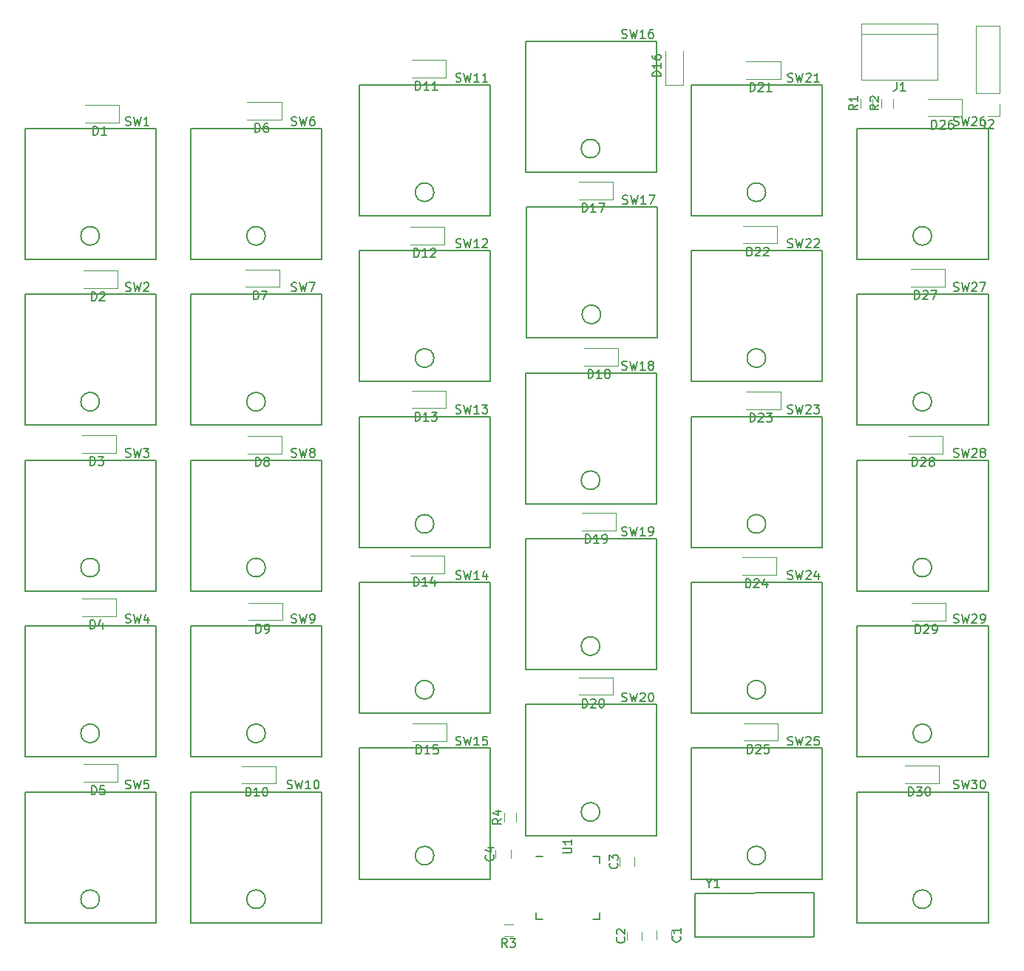
<source format=gbr>
G04 #@! TF.GenerationSoftware,KiCad,Pcbnew,(5.0.1-3-g963ef8bb5)*
G04 #@! TF.CreationDate,2019-02-26T10:41:44-08:00*
G04 #@! TF.ProjectId,atreus-butterfly-62,6174726575732D627574746572666C79,rev?*
G04 #@! TF.SameCoordinates,Original*
G04 #@! TF.FileFunction,Legend,Top*
G04 #@! TF.FilePolarity,Positive*
%FSLAX46Y46*%
G04 Gerber Fmt 4.6, Leading zero omitted, Abs format (unit mm)*
G04 Created by KiCad (PCBNEW (5.0.1-3-g963ef8bb5)) date Tuesday, February 26, 2019 at 10:41:44 AM*
%MOMM*%
%LPD*%
G01*
G04 APERTURE LIST*
%ADD10C,0.150000*%
%ADD11C,0.120000*%
G04 APERTURE END LIST*
D10*
G04 #@! TO.C,SW26*
X145063015Y-69900000D02*
G75*
G03X145063015Y-69900000I-1063015J0D01*
G01*
X136550000Y-72600000D02*
X136550000Y-57600000D01*
X151550000Y-72600000D02*
X136550000Y-72600000D01*
X151550000Y-57600000D02*
X151550000Y-72600000D01*
X136550000Y-57600000D02*
X151550000Y-57600000D01*
D11*
G04 #@! TO.C,C1*
X115250000Y-150500000D02*
X115250000Y-149500000D01*
X113550000Y-149500000D02*
X113550000Y-150500000D01*
G04 #@! TO.C,C2*
X110150000Y-149600000D02*
X110150000Y-150600000D01*
X111850000Y-150600000D02*
X111850000Y-149600000D01*
G04 #@! TO.C,C3*
X109350000Y-141100000D02*
X109350000Y-142100000D01*
X111050000Y-142100000D02*
X111050000Y-141100000D01*
G04 #@! TO.C,C4*
X95150000Y-140200000D02*
X95150000Y-141200000D01*
X96850000Y-141200000D02*
X96850000Y-140200000D01*
G04 #@! TO.C,D1*
X52050000Y-56900000D02*
X52050000Y-54900000D01*
X52050000Y-54900000D02*
X48150000Y-54900000D01*
X52050000Y-56900000D02*
X48150000Y-56900000D01*
G04 #@! TO.C,D2*
X51850000Y-75900000D02*
X51850000Y-73900000D01*
X51850000Y-73900000D02*
X47950000Y-73900000D01*
X51850000Y-75900000D02*
X47950000Y-75900000D01*
G04 #@! TO.C,D3*
X51700000Y-94750000D02*
X51700000Y-92750000D01*
X51700000Y-92750000D02*
X47800000Y-92750000D01*
X51700000Y-94750000D02*
X47800000Y-94750000D01*
G04 #@! TO.C,D4*
X51700000Y-113450000D02*
X51700000Y-111450000D01*
X51700000Y-111450000D02*
X47800000Y-111450000D01*
X51700000Y-113450000D02*
X47800000Y-113450000D01*
G04 #@! TO.C,D5*
X51850000Y-132450000D02*
X51850000Y-130450000D01*
X51850000Y-130450000D02*
X47950000Y-130450000D01*
X51850000Y-132450000D02*
X47950000Y-132450000D01*
G04 #@! TO.C,D6*
X70600000Y-56550000D02*
X70600000Y-54550000D01*
X70600000Y-54550000D02*
X66700000Y-54550000D01*
X70600000Y-56550000D02*
X66700000Y-56550000D01*
G04 #@! TO.C,D7*
X70400000Y-75750000D02*
X70400000Y-73750000D01*
X70400000Y-73750000D02*
X66500000Y-73750000D01*
X70400000Y-75750000D02*
X66500000Y-75750000D01*
G04 #@! TO.C,D8*
X70650000Y-94850000D02*
X70650000Y-92850000D01*
X70650000Y-92850000D02*
X66750000Y-92850000D01*
X70650000Y-94850000D02*
X66750000Y-94850000D01*
G04 #@! TO.C,D9*
X70700000Y-113950000D02*
X70700000Y-111950000D01*
X70700000Y-111950000D02*
X66800000Y-111950000D01*
X70700000Y-113950000D02*
X66800000Y-113950000D01*
G04 #@! TO.C,D10*
X70000000Y-132650000D02*
X70000000Y-130650000D01*
X70000000Y-130650000D02*
X66100000Y-130650000D01*
X70000000Y-132650000D02*
X66100000Y-132650000D01*
G04 #@! TO.C,D11*
X89450000Y-51750000D02*
X89450000Y-49750000D01*
X89450000Y-49750000D02*
X85550000Y-49750000D01*
X89450000Y-51750000D02*
X85550000Y-51750000D01*
G04 #@! TO.C,D12*
X89250000Y-70900000D02*
X89250000Y-68900000D01*
X89250000Y-68900000D02*
X85350000Y-68900000D01*
X89250000Y-70900000D02*
X85350000Y-70900000D01*
G04 #@! TO.C,D13*
X89400000Y-89650000D02*
X89400000Y-87650000D01*
X89400000Y-87650000D02*
X85500000Y-87650000D01*
X89400000Y-89650000D02*
X85500000Y-89650000D01*
G04 #@! TO.C,D14*
X89250000Y-108550000D02*
X89250000Y-106550000D01*
X89250000Y-106550000D02*
X85350000Y-106550000D01*
X89250000Y-108550000D02*
X85350000Y-108550000D01*
G04 #@! TO.C,D15*
X89550000Y-127800000D02*
X89550000Y-125800000D01*
X89550000Y-125800000D02*
X85650000Y-125800000D01*
X89550000Y-127800000D02*
X85650000Y-127800000D01*
G04 #@! TO.C,D16*
X114600000Y-52650000D02*
X116600000Y-52650000D01*
X116600000Y-52650000D02*
X116600000Y-48750000D01*
X114600000Y-52650000D02*
X114600000Y-48750000D01*
G04 #@! TO.C,D17*
X108550000Y-65700000D02*
X108550000Y-63700000D01*
X108550000Y-63700000D02*
X104650000Y-63700000D01*
X108550000Y-65700000D02*
X104650000Y-65700000D01*
G04 #@! TO.C,D18*
X109200000Y-84750000D02*
X109200000Y-82750000D01*
X109200000Y-82750000D02*
X105300000Y-82750000D01*
X109200000Y-84750000D02*
X105300000Y-84750000D01*
G04 #@! TO.C,D19*
X108900000Y-103650000D02*
X108900000Y-101650000D01*
X108900000Y-101650000D02*
X105000000Y-101650000D01*
X108900000Y-103650000D02*
X105000000Y-103650000D01*
G04 #@! TO.C,D20*
X108550000Y-122500000D02*
X108550000Y-120500000D01*
X108550000Y-120500000D02*
X104650000Y-120500000D01*
X108550000Y-122500000D02*
X104650000Y-122500000D01*
G04 #@! TO.C,D21*
X127750000Y-51900000D02*
X127750000Y-49900000D01*
X127750000Y-49900000D02*
X123850000Y-49900000D01*
X127750000Y-51900000D02*
X123850000Y-51900000D01*
G04 #@! TO.C,D22*
X127400000Y-70750000D02*
X127400000Y-68750000D01*
X127400000Y-68750000D02*
X123500000Y-68750000D01*
X127400000Y-70750000D02*
X123500000Y-70750000D01*
G04 #@! TO.C,D23*
X127750000Y-89750000D02*
X127750000Y-87750000D01*
X127750000Y-87750000D02*
X123850000Y-87750000D01*
X127750000Y-89750000D02*
X123850000Y-89750000D01*
G04 #@! TO.C,D24*
X127250000Y-108750000D02*
X127250000Y-106750000D01*
X127250000Y-106750000D02*
X123350000Y-106750000D01*
X127250000Y-108750000D02*
X123350000Y-108750000D01*
G04 #@! TO.C,D25*
X127450000Y-127750000D02*
X127450000Y-125750000D01*
X127450000Y-125750000D02*
X123550000Y-125750000D01*
X127450000Y-127750000D02*
X123550000Y-127750000D01*
G04 #@! TO.C,D26*
X148550000Y-56200000D02*
X148550000Y-54200000D01*
X148550000Y-54200000D02*
X144650000Y-54200000D01*
X148550000Y-56200000D02*
X144650000Y-56200000D01*
G04 #@! TO.C,D27*
X146600000Y-75700000D02*
X146600000Y-73700000D01*
X146600000Y-73700000D02*
X142700000Y-73700000D01*
X146600000Y-75700000D02*
X142700000Y-75700000D01*
G04 #@! TO.C,D28*
X146350000Y-94850000D02*
X146350000Y-92850000D01*
X146350000Y-92850000D02*
X142450000Y-92850000D01*
X146350000Y-94850000D02*
X142450000Y-94850000D01*
G04 #@! TO.C,D29*
X146700000Y-114000000D02*
X146700000Y-112000000D01*
X146700000Y-112000000D02*
X142800000Y-112000000D01*
X146700000Y-114000000D02*
X142800000Y-114000000D01*
G04 #@! TO.C,D30*
X145900000Y-132600000D02*
X145900000Y-130600000D01*
X145900000Y-130600000D02*
X142000000Y-130600000D01*
X145900000Y-132600000D02*
X142000000Y-132600000D01*
G04 #@! TO.C,J1*
X145750000Y-45570000D02*
X137050000Y-45570000D01*
X145750000Y-51980000D02*
X137050000Y-51980000D01*
X137050000Y-51980000D02*
X137050000Y-45570000D01*
X137050000Y-46800000D02*
X145750000Y-46800000D01*
X145750000Y-45570000D02*
X145750000Y-51980000D01*
G04 #@! TO.C,J2*
X152830000Y-45850000D02*
X150170000Y-45850000D01*
X152830000Y-53530000D02*
X152830000Y-45850000D01*
X150170000Y-53530000D02*
X150170000Y-45850000D01*
X152830000Y-53530000D02*
X150170000Y-53530000D01*
X152830000Y-54800000D02*
X152830000Y-56130000D01*
X152830000Y-56130000D02*
X151500000Y-56130000D01*
G04 #@! TO.C,R1*
X138280000Y-54200000D02*
X138280000Y-55200000D01*
X136920000Y-55200000D02*
X136920000Y-54200000D01*
G04 #@! TO.C,R2*
X140680000Y-54200000D02*
X140680000Y-55200000D01*
X139320000Y-55200000D02*
X139320000Y-54200000D01*
G04 #@! TO.C,R3*
X96100000Y-148820000D02*
X97100000Y-148820000D01*
X97100000Y-150180000D02*
X96100000Y-150180000D01*
D10*
G04 #@! TO.C,SW1*
X49763015Y-69900000D02*
G75*
G03X49763015Y-69900000I-1063015J0D01*
G01*
X41250000Y-72600000D02*
X41250000Y-57600000D01*
X56250000Y-72600000D02*
X41250000Y-72600000D01*
X56250000Y-57600000D02*
X56250000Y-72600000D01*
X41250000Y-57600000D02*
X56250000Y-57600000D01*
G04 #@! TO.C,SW2*
X49763015Y-88900000D02*
G75*
G03X49763015Y-88900000I-1063015J0D01*
G01*
X41250000Y-91600000D02*
X41250000Y-76600000D01*
X56250000Y-91600000D02*
X41250000Y-91600000D01*
X56250000Y-76600000D02*
X56250000Y-91600000D01*
X41250000Y-76600000D02*
X56250000Y-76600000D01*
G04 #@! TO.C,SW3*
X49763015Y-107900000D02*
G75*
G03X49763015Y-107900000I-1063015J0D01*
G01*
X41250000Y-110600000D02*
X41250000Y-95600000D01*
X56250000Y-110600000D02*
X41250000Y-110600000D01*
X56250000Y-95600000D02*
X56250000Y-110600000D01*
X41250000Y-95600000D02*
X56250000Y-95600000D01*
G04 #@! TO.C,SW4*
X49763015Y-126900000D02*
G75*
G03X49763015Y-126900000I-1063015J0D01*
G01*
X41250000Y-129600000D02*
X41250000Y-114600000D01*
X56250000Y-129600000D02*
X41250000Y-129600000D01*
X56250000Y-114600000D02*
X56250000Y-129600000D01*
X41250000Y-114600000D02*
X56250000Y-114600000D01*
G04 #@! TO.C,SW5*
X49763015Y-145900000D02*
G75*
G03X49763015Y-145900000I-1063015J0D01*
G01*
X41250000Y-148600000D02*
X41250000Y-133600000D01*
X56250000Y-148600000D02*
X41250000Y-148600000D01*
X56250000Y-133600000D02*
X56250000Y-148600000D01*
X41250000Y-133600000D02*
X56250000Y-133600000D01*
G04 #@! TO.C,SW6*
X68763015Y-69900000D02*
G75*
G03X68763015Y-69900000I-1063015J0D01*
G01*
X60250000Y-72600000D02*
X60250000Y-57600000D01*
X75250000Y-72600000D02*
X60250000Y-72600000D01*
X75250000Y-57600000D02*
X75250000Y-72600000D01*
X60250000Y-57600000D02*
X75250000Y-57600000D01*
G04 #@! TO.C,SW7*
X68763015Y-88900000D02*
G75*
G03X68763015Y-88900000I-1063015J0D01*
G01*
X60250000Y-91600000D02*
X60250000Y-76600000D01*
X75250000Y-91600000D02*
X60250000Y-91600000D01*
X75250000Y-76600000D02*
X75250000Y-91600000D01*
X60250000Y-76600000D02*
X75250000Y-76600000D01*
G04 #@! TO.C,SW8*
X68763015Y-107900000D02*
G75*
G03X68763015Y-107900000I-1063015J0D01*
G01*
X60250000Y-110600000D02*
X60250000Y-95600000D01*
X75250000Y-110600000D02*
X60250000Y-110600000D01*
X75250000Y-95600000D02*
X75250000Y-110600000D01*
X60250000Y-95600000D02*
X75250000Y-95600000D01*
G04 #@! TO.C,SW9*
X68763015Y-126900000D02*
G75*
G03X68763015Y-126900000I-1063015J0D01*
G01*
X60250000Y-129600000D02*
X60250000Y-114600000D01*
X75250000Y-129600000D02*
X60250000Y-129600000D01*
X75250000Y-114600000D02*
X75250000Y-129600000D01*
X60250000Y-114600000D02*
X75250000Y-114600000D01*
G04 #@! TO.C,SW10*
X68763015Y-145900000D02*
G75*
G03X68763015Y-145900000I-1063015J0D01*
G01*
X60250000Y-148600000D02*
X60250000Y-133600000D01*
X75250000Y-148600000D02*
X60250000Y-148600000D01*
X75250000Y-133600000D02*
X75250000Y-148600000D01*
X60250000Y-133600000D02*
X75250000Y-133600000D01*
G04 #@! TO.C,SW11*
X88063015Y-64900000D02*
G75*
G03X88063015Y-64900000I-1063015J0D01*
G01*
X79550000Y-67600000D02*
X79550000Y-52600000D01*
X94550000Y-67600000D02*
X79550000Y-67600000D01*
X94550000Y-52600000D02*
X94550000Y-67600000D01*
X79550000Y-52600000D02*
X94550000Y-52600000D01*
G04 #@! TO.C,SW12*
X88063015Y-83900000D02*
G75*
G03X88063015Y-83900000I-1063015J0D01*
G01*
X79550000Y-86600000D02*
X79550000Y-71600000D01*
X94550000Y-86600000D02*
X79550000Y-86600000D01*
X94550000Y-71600000D02*
X94550000Y-86600000D01*
X79550000Y-71600000D02*
X94550000Y-71600000D01*
G04 #@! TO.C,SW13*
X88063015Y-102900000D02*
G75*
G03X88063015Y-102900000I-1063015J0D01*
G01*
X79550000Y-105600000D02*
X79550000Y-90600000D01*
X94550000Y-105600000D02*
X79550000Y-105600000D01*
X94550000Y-90600000D02*
X94550000Y-105600000D01*
X79550000Y-90600000D02*
X94550000Y-90600000D01*
G04 #@! TO.C,SW14*
X88063015Y-121900000D02*
G75*
G03X88063015Y-121900000I-1063015J0D01*
G01*
X79550000Y-124600000D02*
X79550000Y-109600000D01*
X94550000Y-124600000D02*
X79550000Y-124600000D01*
X94550000Y-109600000D02*
X94550000Y-124600000D01*
X79550000Y-109600000D02*
X94550000Y-109600000D01*
G04 #@! TO.C,SW15*
X88063015Y-140900000D02*
G75*
G03X88063015Y-140900000I-1063015J0D01*
G01*
X79550000Y-143600000D02*
X79550000Y-128600000D01*
X94550000Y-143600000D02*
X79550000Y-143600000D01*
X94550000Y-128600000D02*
X94550000Y-143600000D01*
X79550000Y-128600000D02*
X94550000Y-128600000D01*
G04 #@! TO.C,SW16*
X107063015Y-59900000D02*
G75*
G03X107063015Y-59900000I-1063015J0D01*
G01*
X98550000Y-62600000D02*
X98550000Y-47600000D01*
X113550000Y-62600000D02*
X98550000Y-62600000D01*
X113550000Y-47600000D02*
X113550000Y-62600000D01*
X98550000Y-47600000D02*
X113550000Y-47600000D01*
G04 #@! TO.C,SW17*
X107163015Y-78900000D02*
G75*
G03X107163015Y-78900000I-1063015J0D01*
G01*
X98650000Y-81600000D02*
X98650000Y-66600000D01*
X113650000Y-81600000D02*
X98650000Y-81600000D01*
X113650000Y-66600000D02*
X113650000Y-81600000D01*
X98650000Y-66600000D02*
X113650000Y-66600000D01*
G04 #@! TO.C,SW18*
X107063015Y-97900000D02*
G75*
G03X107063015Y-97900000I-1063015J0D01*
G01*
X98550000Y-100600000D02*
X98550000Y-85600000D01*
X113550000Y-100600000D02*
X98550000Y-100600000D01*
X113550000Y-85600000D02*
X113550000Y-100600000D01*
X98550000Y-85600000D02*
X113550000Y-85600000D01*
G04 #@! TO.C,SW19*
X107063015Y-116900000D02*
G75*
G03X107063015Y-116900000I-1063015J0D01*
G01*
X98550000Y-119600000D02*
X98550000Y-104600000D01*
X113550000Y-119600000D02*
X98550000Y-119600000D01*
X113550000Y-104600000D02*
X113550000Y-119600000D01*
X98550000Y-104600000D02*
X113550000Y-104600000D01*
G04 #@! TO.C,SW20*
X107063015Y-135900000D02*
G75*
G03X107063015Y-135900000I-1063015J0D01*
G01*
X98550000Y-138600000D02*
X98550000Y-123600000D01*
X113550000Y-138600000D02*
X98550000Y-138600000D01*
X113550000Y-123600000D02*
X113550000Y-138600000D01*
X98550000Y-123600000D02*
X113550000Y-123600000D01*
G04 #@! TO.C,SW21*
X126063015Y-64900000D02*
G75*
G03X126063015Y-64900000I-1063015J0D01*
G01*
X117550000Y-67600000D02*
X117550000Y-52600000D01*
X132550000Y-67600000D02*
X117550000Y-67600000D01*
X132550000Y-52600000D02*
X132550000Y-67600000D01*
X117550000Y-52600000D02*
X132550000Y-52600000D01*
G04 #@! TO.C,SW22*
X126063015Y-83900000D02*
G75*
G03X126063015Y-83900000I-1063015J0D01*
G01*
X117550000Y-86600000D02*
X117550000Y-71600000D01*
X132550000Y-86600000D02*
X117550000Y-86600000D01*
X132550000Y-71600000D02*
X132550000Y-86600000D01*
X117550000Y-71600000D02*
X132550000Y-71600000D01*
G04 #@! TO.C,SW23*
X126063015Y-102900000D02*
G75*
G03X126063015Y-102900000I-1063015J0D01*
G01*
X117550000Y-105600000D02*
X117550000Y-90600000D01*
X132550000Y-105600000D02*
X117550000Y-105600000D01*
X132550000Y-90600000D02*
X132550000Y-105600000D01*
X117550000Y-90600000D02*
X132550000Y-90600000D01*
G04 #@! TO.C,SW24*
X126063015Y-121900000D02*
G75*
G03X126063015Y-121900000I-1063015J0D01*
G01*
X117550000Y-124600000D02*
X117550000Y-109600000D01*
X132550000Y-124600000D02*
X117550000Y-124600000D01*
X132550000Y-109600000D02*
X132550000Y-124600000D01*
X117550000Y-109600000D02*
X132550000Y-109600000D01*
G04 #@! TO.C,SW25*
X126063015Y-140900000D02*
G75*
G03X126063015Y-140900000I-1063015J0D01*
G01*
X117550000Y-143600000D02*
X117550000Y-128600000D01*
X132550000Y-143600000D02*
X117550000Y-143600000D01*
X132550000Y-128600000D02*
X132550000Y-143600000D01*
X117550000Y-128600000D02*
X132550000Y-128600000D01*
G04 #@! TO.C,SW27*
X145063015Y-88900000D02*
G75*
G03X145063015Y-88900000I-1063015J0D01*
G01*
X136550000Y-91600000D02*
X136550000Y-76600000D01*
X151550000Y-91600000D02*
X136550000Y-91600000D01*
X151550000Y-76600000D02*
X151550000Y-91600000D01*
X136550000Y-76600000D02*
X151550000Y-76600000D01*
G04 #@! TO.C,SW28*
X145063015Y-107900000D02*
G75*
G03X145063015Y-107900000I-1063015J0D01*
G01*
X136550000Y-110600000D02*
X136550000Y-95600000D01*
X151550000Y-110600000D02*
X136550000Y-110600000D01*
X151550000Y-95600000D02*
X151550000Y-110600000D01*
X136550000Y-95600000D02*
X151550000Y-95600000D01*
G04 #@! TO.C,SW29*
X145063015Y-126900000D02*
G75*
G03X145063015Y-126900000I-1063015J0D01*
G01*
X136550000Y-129600000D02*
X136550000Y-114600000D01*
X151550000Y-129600000D02*
X136550000Y-129600000D01*
X151550000Y-114600000D02*
X151550000Y-129600000D01*
X136550000Y-114600000D02*
X151550000Y-114600000D01*
G04 #@! TO.C,SW30*
X145063015Y-145900000D02*
G75*
G03X145063015Y-145900000I-1063015J0D01*
G01*
X136550000Y-148600000D02*
X136550000Y-133600000D01*
X151550000Y-148600000D02*
X136550000Y-148600000D01*
X151550000Y-133600000D02*
X151550000Y-148600000D01*
X136550000Y-133600000D02*
X151550000Y-133600000D01*
G04 #@! TO.C,Y1*
X131600000Y-145150000D02*
X131600000Y-150150000D01*
X118000000Y-145200000D02*
X131600000Y-145150000D01*
X118000000Y-150200000D02*
X118000000Y-145200000D01*
X131500000Y-150200000D02*
X118000000Y-150200000D01*
D11*
G04 #@! TO.C,R4*
X97480000Y-136000000D02*
X97480000Y-137000000D01*
X96120000Y-137000000D02*
X96120000Y-136000000D01*
D10*
G04 #@! TO.C,U1*
X107025000Y-140975000D02*
X106250000Y-140975000D01*
X107025000Y-148225000D02*
X106250000Y-148225000D01*
X99775000Y-148225000D02*
X100550000Y-148225000D01*
X99775000Y-140975000D02*
X100550000Y-140975000D01*
X107025000Y-148225000D02*
X107025000Y-147450000D01*
X99775000Y-148225000D02*
X99775000Y-147450000D01*
X107025000Y-140975000D02*
X107025000Y-141750000D01*
G04 #@! TO.C,SW26*
X147590476Y-57204761D02*
X147733333Y-57252380D01*
X147971428Y-57252380D01*
X148066666Y-57204761D01*
X148114285Y-57157142D01*
X148161904Y-57061904D01*
X148161904Y-56966666D01*
X148114285Y-56871428D01*
X148066666Y-56823809D01*
X147971428Y-56776190D01*
X147780952Y-56728571D01*
X147685714Y-56680952D01*
X147638095Y-56633333D01*
X147590476Y-56538095D01*
X147590476Y-56442857D01*
X147638095Y-56347619D01*
X147685714Y-56300000D01*
X147780952Y-56252380D01*
X148019047Y-56252380D01*
X148161904Y-56300000D01*
X148495238Y-56252380D02*
X148733333Y-57252380D01*
X148923809Y-56538095D01*
X149114285Y-57252380D01*
X149352380Y-56252380D01*
X149685714Y-56347619D02*
X149733333Y-56300000D01*
X149828571Y-56252380D01*
X150066666Y-56252380D01*
X150161904Y-56300000D01*
X150209523Y-56347619D01*
X150257142Y-56442857D01*
X150257142Y-56538095D01*
X150209523Y-56680952D01*
X149638095Y-57252380D01*
X150257142Y-57252380D01*
X151114285Y-56252380D02*
X150923809Y-56252380D01*
X150828571Y-56300000D01*
X150780952Y-56347619D01*
X150685714Y-56490476D01*
X150638095Y-56680952D01*
X150638095Y-57061904D01*
X150685714Y-57157142D01*
X150733333Y-57204761D01*
X150828571Y-57252380D01*
X151019047Y-57252380D01*
X151114285Y-57204761D01*
X151161904Y-57157142D01*
X151209523Y-57061904D01*
X151209523Y-56823809D01*
X151161904Y-56728571D01*
X151114285Y-56680952D01*
X151019047Y-56633333D01*
X150828571Y-56633333D01*
X150733333Y-56680952D01*
X150685714Y-56728571D01*
X150638095Y-56823809D01*
G04 #@! TO.C,C1*
X116257142Y-150166666D02*
X116304761Y-150214285D01*
X116352380Y-150357142D01*
X116352380Y-150452380D01*
X116304761Y-150595238D01*
X116209523Y-150690476D01*
X116114285Y-150738095D01*
X115923809Y-150785714D01*
X115780952Y-150785714D01*
X115590476Y-150738095D01*
X115495238Y-150690476D01*
X115400000Y-150595238D01*
X115352380Y-150452380D01*
X115352380Y-150357142D01*
X115400000Y-150214285D01*
X115447619Y-150166666D01*
X116352380Y-149214285D02*
X116352380Y-149785714D01*
X116352380Y-149500000D02*
X115352380Y-149500000D01*
X115495238Y-149595238D01*
X115590476Y-149690476D01*
X115638095Y-149785714D01*
G04 #@! TO.C,C2*
X109857142Y-150266666D02*
X109904761Y-150314285D01*
X109952380Y-150457142D01*
X109952380Y-150552380D01*
X109904761Y-150695238D01*
X109809523Y-150790476D01*
X109714285Y-150838095D01*
X109523809Y-150885714D01*
X109380952Y-150885714D01*
X109190476Y-150838095D01*
X109095238Y-150790476D01*
X109000000Y-150695238D01*
X108952380Y-150552380D01*
X108952380Y-150457142D01*
X109000000Y-150314285D01*
X109047619Y-150266666D01*
X109047619Y-149885714D02*
X109000000Y-149838095D01*
X108952380Y-149742857D01*
X108952380Y-149504761D01*
X109000000Y-149409523D01*
X109047619Y-149361904D01*
X109142857Y-149314285D01*
X109238095Y-149314285D01*
X109380952Y-149361904D01*
X109952380Y-149933333D01*
X109952380Y-149314285D01*
G04 #@! TO.C,C3*
X109057142Y-141766666D02*
X109104761Y-141814285D01*
X109152380Y-141957142D01*
X109152380Y-142052380D01*
X109104761Y-142195238D01*
X109009523Y-142290476D01*
X108914285Y-142338095D01*
X108723809Y-142385714D01*
X108580952Y-142385714D01*
X108390476Y-142338095D01*
X108295238Y-142290476D01*
X108200000Y-142195238D01*
X108152380Y-142052380D01*
X108152380Y-141957142D01*
X108200000Y-141814285D01*
X108247619Y-141766666D01*
X108152380Y-141433333D02*
X108152380Y-140814285D01*
X108533333Y-141147619D01*
X108533333Y-141004761D01*
X108580952Y-140909523D01*
X108628571Y-140861904D01*
X108723809Y-140814285D01*
X108961904Y-140814285D01*
X109057142Y-140861904D01*
X109104761Y-140909523D01*
X109152380Y-141004761D01*
X109152380Y-141290476D01*
X109104761Y-141385714D01*
X109057142Y-141433333D01*
G04 #@! TO.C,C4*
X94857142Y-140866666D02*
X94904761Y-140914285D01*
X94952380Y-141057142D01*
X94952380Y-141152380D01*
X94904761Y-141295238D01*
X94809523Y-141390476D01*
X94714285Y-141438095D01*
X94523809Y-141485714D01*
X94380952Y-141485714D01*
X94190476Y-141438095D01*
X94095238Y-141390476D01*
X94000000Y-141295238D01*
X93952380Y-141152380D01*
X93952380Y-141057142D01*
X94000000Y-140914285D01*
X94047619Y-140866666D01*
X94285714Y-140009523D02*
X94952380Y-140009523D01*
X93904761Y-140247619D02*
X94619047Y-140485714D01*
X94619047Y-139866666D01*
G04 #@! TO.C,D1*
X49061904Y-58352380D02*
X49061904Y-57352380D01*
X49300000Y-57352380D01*
X49442857Y-57400000D01*
X49538095Y-57495238D01*
X49585714Y-57590476D01*
X49633333Y-57780952D01*
X49633333Y-57923809D01*
X49585714Y-58114285D01*
X49538095Y-58209523D01*
X49442857Y-58304761D01*
X49300000Y-58352380D01*
X49061904Y-58352380D01*
X50585714Y-58352380D02*
X50014285Y-58352380D01*
X50300000Y-58352380D02*
X50300000Y-57352380D01*
X50204761Y-57495238D01*
X50109523Y-57590476D01*
X50014285Y-57638095D01*
G04 #@! TO.C,D2*
X48861904Y-77352380D02*
X48861904Y-76352380D01*
X49100000Y-76352380D01*
X49242857Y-76400000D01*
X49338095Y-76495238D01*
X49385714Y-76590476D01*
X49433333Y-76780952D01*
X49433333Y-76923809D01*
X49385714Y-77114285D01*
X49338095Y-77209523D01*
X49242857Y-77304761D01*
X49100000Y-77352380D01*
X48861904Y-77352380D01*
X49814285Y-76447619D02*
X49861904Y-76400000D01*
X49957142Y-76352380D01*
X50195238Y-76352380D01*
X50290476Y-76400000D01*
X50338095Y-76447619D01*
X50385714Y-76542857D01*
X50385714Y-76638095D01*
X50338095Y-76780952D01*
X49766666Y-77352380D01*
X50385714Y-77352380D01*
G04 #@! TO.C,D3*
X48711904Y-96202380D02*
X48711904Y-95202380D01*
X48950000Y-95202380D01*
X49092857Y-95250000D01*
X49188095Y-95345238D01*
X49235714Y-95440476D01*
X49283333Y-95630952D01*
X49283333Y-95773809D01*
X49235714Y-95964285D01*
X49188095Y-96059523D01*
X49092857Y-96154761D01*
X48950000Y-96202380D01*
X48711904Y-96202380D01*
X49616666Y-95202380D02*
X50235714Y-95202380D01*
X49902380Y-95583333D01*
X50045238Y-95583333D01*
X50140476Y-95630952D01*
X50188095Y-95678571D01*
X50235714Y-95773809D01*
X50235714Y-96011904D01*
X50188095Y-96107142D01*
X50140476Y-96154761D01*
X50045238Y-96202380D01*
X49759523Y-96202380D01*
X49664285Y-96154761D01*
X49616666Y-96107142D01*
G04 #@! TO.C,D4*
X48711904Y-114902380D02*
X48711904Y-113902380D01*
X48950000Y-113902380D01*
X49092857Y-113950000D01*
X49188095Y-114045238D01*
X49235714Y-114140476D01*
X49283333Y-114330952D01*
X49283333Y-114473809D01*
X49235714Y-114664285D01*
X49188095Y-114759523D01*
X49092857Y-114854761D01*
X48950000Y-114902380D01*
X48711904Y-114902380D01*
X50140476Y-114235714D02*
X50140476Y-114902380D01*
X49902380Y-113854761D02*
X49664285Y-114569047D01*
X50283333Y-114569047D01*
G04 #@! TO.C,D5*
X48861904Y-133902380D02*
X48861904Y-132902380D01*
X49100000Y-132902380D01*
X49242857Y-132950000D01*
X49338095Y-133045238D01*
X49385714Y-133140476D01*
X49433333Y-133330952D01*
X49433333Y-133473809D01*
X49385714Y-133664285D01*
X49338095Y-133759523D01*
X49242857Y-133854761D01*
X49100000Y-133902380D01*
X48861904Y-133902380D01*
X50338095Y-132902380D02*
X49861904Y-132902380D01*
X49814285Y-133378571D01*
X49861904Y-133330952D01*
X49957142Y-133283333D01*
X50195238Y-133283333D01*
X50290476Y-133330952D01*
X50338095Y-133378571D01*
X50385714Y-133473809D01*
X50385714Y-133711904D01*
X50338095Y-133807142D01*
X50290476Y-133854761D01*
X50195238Y-133902380D01*
X49957142Y-133902380D01*
X49861904Y-133854761D01*
X49814285Y-133807142D01*
G04 #@! TO.C,D6*
X67611904Y-58002380D02*
X67611904Y-57002380D01*
X67850000Y-57002380D01*
X67992857Y-57050000D01*
X68088095Y-57145238D01*
X68135714Y-57240476D01*
X68183333Y-57430952D01*
X68183333Y-57573809D01*
X68135714Y-57764285D01*
X68088095Y-57859523D01*
X67992857Y-57954761D01*
X67850000Y-58002380D01*
X67611904Y-58002380D01*
X69040476Y-57002380D02*
X68850000Y-57002380D01*
X68754761Y-57050000D01*
X68707142Y-57097619D01*
X68611904Y-57240476D01*
X68564285Y-57430952D01*
X68564285Y-57811904D01*
X68611904Y-57907142D01*
X68659523Y-57954761D01*
X68754761Y-58002380D01*
X68945238Y-58002380D01*
X69040476Y-57954761D01*
X69088095Y-57907142D01*
X69135714Y-57811904D01*
X69135714Y-57573809D01*
X69088095Y-57478571D01*
X69040476Y-57430952D01*
X68945238Y-57383333D01*
X68754761Y-57383333D01*
X68659523Y-57430952D01*
X68611904Y-57478571D01*
X68564285Y-57573809D01*
G04 #@! TO.C,D7*
X67411904Y-77202380D02*
X67411904Y-76202380D01*
X67650000Y-76202380D01*
X67792857Y-76250000D01*
X67888095Y-76345238D01*
X67935714Y-76440476D01*
X67983333Y-76630952D01*
X67983333Y-76773809D01*
X67935714Y-76964285D01*
X67888095Y-77059523D01*
X67792857Y-77154761D01*
X67650000Y-77202380D01*
X67411904Y-77202380D01*
X68316666Y-76202380D02*
X68983333Y-76202380D01*
X68554761Y-77202380D01*
G04 #@! TO.C,D8*
X67661904Y-96302380D02*
X67661904Y-95302380D01*
X67900000Y-95302380D01*
X68042857Y-95350000D01*
X68138095Y-95445238D01*
X68185714Y-95540476D01*
X68233333Y-95730952D01*
X68233333Y-95873809D01*
X68185714Y-96064285D01*
X68138095Y-96159523D01*
X68042857Y-96254761D01*
X67900000Y-96302380D01*
X67661904Y-96302380D01*
X68804761Y-95730952D02*
X68709523Y-95683333D01*
X68661904Y-95635714D01*
X68614285Y-95540476D01*
X68614285Y-95492857D01*
X68661904Y-95397619D01*
X68709523Y-95350000D01*
X68804761Y-95302380D01*
X68995238Y-95302380D01*
X69090476Y-95350000D01*
X69138095Y-95397619D01*
X69185714Y-95492857D01*
X69185714Y-95540476D01*
X69138095Y-95635714D01*
X69090476Y-95683333D01*
X68995238Y-95730952D01*
X68804761Y-95730952D01*
X68709523Y-95778571D01*
X68661904Y-95826190D01*
X68614285Y-95921428D01*
X68614285Y-96111904D01*
X68661904Y-96207142D01*
X68709523Y-96254761D01*
X68804761Y-96302380D01*
X68995238Y-96302380D01*
X69090476Y-96254761D01*
X69138095Y-96207142D01*
X69185714Y-96111904D01*
X69185714Y-95921428D01*
X69138095Y-95826190D01*
X69090476Y-95778571D01*
X68995238Y-95730952D01*
G04 #@! TO.C,D9*
X67711904Y-115402380D02*
X67711904Y-114402380D01*
X67950000Y-114402380D01*
X68092857Y-114450000D01*
X68188095Y-114545238D01*
X68235714Y-114640476D01*
X68283333Y-114830952D01*
X68283333Y-114973809D01*
X68235714Y-115164285D01*
X68188095Y-115259523D01*
X68092857Y-115354761D01*
X67950000Y-115402380D01*
X67711904Y-115402380D01*
X68759523Y-115402380D02*
X68950000Y-115402380D01*
X69045238Y-115354761D01*
X69092857Y-115307142D01*
X69188095Y-115164285D01*
X69235714Y-114973809D01*
X69235714Y-114592857D01*
X69188095Y-114497619D01*
X69140476Y-114450000D01*
X69045238Y-114402380D01*
X68854761Y-114402380D01*
X68759523Y-114450000D01*
X68711904Y-114497619D01*
X68664285Y-114592857D01*
X68664285Y-114830952D01*
X68711904Y-114926190D01*
X68759523Y-114973809D01*
X68854761Y-115021428D01*
X69045238Y-115021428D01*
X69140476Y-114973809D01*
X69188095Y-114926190D01*
X69235714Y-114830952D01*
G04 #@! TO.C,D10*
X66535714Y-134102380D02*
X66535714Y-133102380D01*
X66773809Y-133102380D01*
X66916666Y-133150000D01*
X67011904Y-133245238D01*
X67059523Y-133340476D01*
X67107142Y-133530952D01*
X67107142Y-133673809D01*
X67059523Y-133864285D01*
X67011904Y-133959523D01*
X66916666Y-134054761D01*
X66773809Y-134102380D01*
X66535714Y-134102380D01*
X68059523Y-134102380D02*
X67488095Y-134102380D01*
X67773809Y-134102380D02*
X67773809Y-133102380D01*
X67678571Y-133245238D01*
X67583333Y-133340476D01*
X67488095Y-133388095D01*
X68678571Y-133102380D02*
X68773809Y-133102380D01*
X68869047Y-133150000D01*
X68916666Y-133197619D01*
X68964285Y-133292857D01*
X69011904Y-133483333D01*
X69011904Y-133721428D01*
X68964285Y-133911904D01*
X68916666Y-134007142D01*
X68869047Y-134054761D01*
X68773809Y-134102380D01*
X68678571Y-134102380D01*
X68583333Y-134054761D01*
X68535714Y-134007142D01*
X68488095Y-133911904D01*
X68440476Y-133721428D01*
X68440476Y-133483333D01*
X68488095Y-133292857D01*
X68535714Y-133197619D01*
X68583333Y-133150000D01*
X68678571Y-133102380D01*
G04 #@! TO.C,D11*
X85985714Y-53202380D02*
X85985714Y-52202380D01*
X86223809Y-52202380D01*
X86366666Y-52250000D01*
X86461904Y-52345238D01*
X86509523Y-52440476D01*
X86557142Y-52630952D01*
X86557142Y-52773809D01*
X86509523Y-52964285D01*
X86461904Y-53059523D01*
X86366666Y-53154761D01*
X86223809Y-53202380D01*
X85985714Y-53202380D01*
X87509523Y-53202380D02*
X86938095Y-53202380D01*
X87223809Y-53202380D02*
X87223809Y-52202380D01*
X87128571Y-52345238D01*
X87033333Y-52440476D01*
X86938095Y-52488095D01*
X88461904Y-53202380D02*
X87890476Y-53202380D01*
X88176190Y-53202380D02*
X88176190Y-52202380D01*
X88080952Y-52345238D01*
X87985714Y-52440476D01*
X87890476Y-52488095D01*
G04 #@! TO.C,D12*
X85785714Y-72352380D02*
X85785714Y-71352380D01*
X86023809Y-71352380D01*
X86166666Y-71400000D01*
X86261904Y-71495238D01*
X86309523Y-71590476D01*
X86357142Y-71780952D01*
X86357142Y-71923809D01*
X86309523Y-72114285D01*
X86261904Y-72209523D01*
X86166666Y-72304761D01*
X86023809Y-72352380D01*
X85785714Y-72352380D01*
X87309523Y-72352380D02*
X86738095Y-72352380D01*
X87023809Y-72352380D02*
X87023809Y-71352380D01*
X86928571Y-71495238D01*
X86833333Y-71590476D01*
X86738095Y-71638095D01*
X87690476Y-71447619D02*
X87738095Y-71400000D01*
X87833333Y-71352380D01*
X88071428Y-71352380D01*
X88166666Y-71400000D01*
X88214285Y-71447619D01*
X88261904Y-71542857D01*
X88261904Y-71638095D01*
X88214285Y-71780952D01*
X87642857Y-72352380D01*
X88261904Y-72352380D01*
G04 #@! TO.C,D13*
X85935714Y-91102380D02*
X85935714Y-90102380D01*
X86173809Y-90102380D01*
X86316666Y-90150000D01*
X86411904Y-90245238D01*
X86459523Y-90340476D01*
X86507142Y-90530952D01*
X86507142Y-90673809D01*
X86459523Y-90864285D01*
X86411904Y-90959523D01*
X86316666Y-91054761D01*
X86173809Y-91102380D01*
X85935714Y-91102380D01*
X87459523Y-91102380D02*
X86888095Y-91102380D01*
X87173809Y-91102380D02*
X87173809Y-90102380D01*
X87078571Y-90245238D01*
X86983333Y-90340476D01*
X86888095Y-90388095D01*
X87792857Y-90102380D02*
X88411904Y-90102380D01*
X88078571Y-90483333D01*
X88221428Y-90483333D01*
X88316666Y-90530952D01*
X88364285Y-90578571D01*
X88411904Y-90673809D01*
X88411904Y-90911904D01*
X88364285Y-91007142D01*
X88316666Y-91054761D01*
X88221428Y-91102380D01*
X87935714Y-91102380D01*
X87840476Y-91054761D01*
X87792857Y-91007142D01*
G04 #@! TO.C,D14*
X85785714Y-110002380D02*
X85785714Y-109002380D01*
X86023809Y-109002380D01*
X86166666Y-109050000D01*
X86261904Y-109145238D01*
X86309523Y-109240476D01*
X86357142Y-109430952D01*
X86357142Y-109573809D01*
X86309523Y-109764285D01*
X86261904Y-109859523D01*
X86166666Y-109954761D01*
X86023809Y-110002380D01*
X85785714Y-110002380D01*
X87309523Y-110002380D02*
X86738095Y-110002380D01*
X87023809Y-110002380D02*
X87023809Y-109002380D01*
X86928571Y-109145238D01*
X86833333Y-109240476D01*
X86738095Y-109288095D01*
X88166666Y-109335714D02*
X88166666Y-110002380D01*
X87928571Y-108954761D02*
X87690476Y-109669047D01*
X88309523Y-109669047D01*
G04 #@! TO.C,D15*
X86085714Y-129252380D02*
X86085714Y-128252380D01*
X86323809Y-128252380D01*
X86466666Y-128300000D01*
X86561904Y-128395238D01*
X86609523Y-128490476D01*
X86657142Y-128680952D01*
X86657142Y-128823809D01*
X86609523Y-129014285D01*
X86561904Y-129109523D01*
X86466666Y-129204761D01*
X86323809Y-129252380D01*
X86085714Y-129252380D01*
X87609523Y-129252380D02*
X87038095Y-129252380D01*
X87323809Y-129252380D02*
X87323809Y-128252380D01*
X87228571Y-128395238D01*
X87133333Y-128490476D01*
X87038095Y-128538095D01*
X88514285Y-128252380D02*
X88038095Y-128252380D01*
X87990476Y-128728571D01*
X88038095Y-128680952D01*
X88133333Y-128633333D01*
X88371428Y-128633333D01*
X88466666Y-128680952D01*
X88514285Y-128728571D01*
X88561904Y-128823809D01*
X88561904Y-129061904D01*
X88514285Y-129157142D01*
X88466666Y-129204761D01*
X88371428Y-129252380D01*
X88133333Y-129252380D01*
X88038095Y-129204761D01*
X87990476Y-129157142D01*
G04 #@! TO.C,D16*
X114052380Y-51614285D02*
X113052380Y-51614285D01*
X113052380Y-51376190D01*
X113100000Y-51233333D01*
X113195238Y-51138095D01*
X113290476Y-51090476D01*
X113480952Y-51042857D01*
X113623809Y-51042857D01*
X113814285Y-51090476D01*
X113909523Y-51138095D01*
X114004761Y-51233333D01*
X114052380Y-51376190D01*
X114052380Y-51614285D01*
X114052380Y-50090476D02*
X114052380Y-50661904D01*
X114052380Y-50376190D02*
X113052380Y-50376190D01*
X113195238Y-50471428D01*
X113290476Y-50566666D01*
X113338095Y-50661904D01*
X113052380Y-49233333D02*
X113052380Y-49423809D01*
X113100000Y-49519047D01*
X113147619Y-49566666D01*
X113290476Y-49661904D01*
X113480952Y-49709523D01*
X113861904Y-49709523D01*
X113957142Y-49661904D01*
X114004761Y-49614285D01*
X114052380Y-49519047D01*
X114052380Y-49328571D01*
X114004761Y-49233333D01*
X113957142Y-49185714D01*
X113861904Y-49138095D01*
X113623809Y-49138095D01*
X113528571Y-49185714D01*
X113480952Y-49233333D01*
X113433333Y-49328571D01*
X113433333Y-49519047D01*
X113480952Y-49614285D01*
X113528571Y-49661904D01*
X113623809Y-49709523D01*
G04 #@! TO.C,D17*
X105085714Y-67152380D02*
X105085714Y-66152380D01*
X105323809Y-66152380D01*
X105466666Y-66200000D01*
X105561904Y-66295238D01*
X105609523Y-66390476D01*
X105657142Y-66580952D01*
X105657142Y-66723809D01*
X105609523Y-66914285D01*
X105561904Y-67009523D01*
X105466666Y-67104761D01*
X105323809Y-67152380D01*
X105085714Y-67152380D01*
X106609523Y-67152380D02*
X106038095Y-67152380D01*
X106323809Y-67152380D02*
X106323809Y-66152380D01*
X106228571Y-66295238D01*
X106133333Y-66390476D01*
X106038095Y-66438095D01*
X106942857Y-66152380D02*
X107609523Y-66152380D01*
X107180952Y-67152380D01*
G04 #@! TO.C,D18*
X105735714Y-86202380D02*
X105735714Y-85202380D01*
X105973809Y-85202380D01*
X106116666Y-85250000D01*
X106211904Y-85345238D01*
X106259523Y-85440476D01*
X106307142Y-85630952D01*
X106307142Y-85773809D01*
X106259523Y-85964285D01*
X106211904Y-86059523D01*
X106116666Y-86154761D01*
X105973809Y-86202380D01*
X105735714Y-86202380D01*
X107259523Y-86202380D02*
X106688095Y-86202380D01*
X106973809Y-86202380D02*
X106973809Y-85202380D01*
X106878571Y-85345238D01*
X106783333Y-85440476D01*
X106688095Y-85488095D01*
X107830952Y-85630952D02*
X107735714Y-85583333D01*
X107688095Y-85535714D01*
X107640476Y-85440476D01*
X107640476Y-85392857D01*
X107688095Y-85297619D01*
X107735714Y-85250000D01*
X107830952Y-85202380D01*
X108021428Y-85202380D01*
X108116666Y-85250000D01*
X108164285Y-85297619D01*
X108211904Y-85392857D01*
X108211904Y-85440476D01*
X108164285Y-85535714D01*
X108116666Y-85583333D01*
X108021428Y-85630952D01*
X107830952Y-85630952D01*
X107735714Y-85678571D01*
X107688095Y-85726190D01*
X107640476Y-85821428D01*
X107640476Y-86011904D01*
X107688095Y-86107142D01*
X107735714Y-86154761D01*
X107830952Y-86202380D01*
X108021428Y-86202380D01*
X108116666Y-86154761D01*
X108164285Y-86107142D01*
X108211904Y-86011904D01*
X108211904Y-85821428D01*
X108164285Y-85726190D01*
X108116666Y-85678571D01*
X108021428Y-85630952D01*
G04 #@! TO.C,D19*
X105435714Y-105102380D02*
X105435714Y-104102380D01*
X105673809Y-104102380D01*
X105816666Y-104150000D01*
X105911904Y-104245238D01*
X105959523Y-104340476D01*
X106007142Y-104530952D01*
X106007142Y-104673809D01*
X105959523Y-104864285D01*
X105911904Y-104959523D01*
X105816666Y-105054761D01*
X105673809Y-105102380D01*
X105435714Y-105102380D01*
X106959523Y-105102380D02*
X106388095Y-105102380D01*
X106673809Y-105102380D02*
X106673809Y-104102380D01*
X106578571Y-104245238D01*
X106483333Y-104340476D01*
X106388095Y-104388095D01*
X107435714Y-105102380D02*
X107626190Y-105102380D01*
X107721428Y-105054761D01*
X107769047Y-105007142D01*
X107864285Y-104864285D01*
X107911904Y-104673809D01*
X107911904Y-104292857D01*
X107864285Y-104197619D01*
X107816666Y-104150000D01*
X107721428Y-104102380D01*
X107530952Y-104102380D01*
X107435714Y-104150000D01*
X107388095Y-104197619D01*
X107340476Y-104292857D01*
X107340476Y-104530952D01*
X107388095Y-104626190D01*
X107435714Y-104673809D01*
X107530952Y-104721428D01*
X107721428Y-104721428D01*
X107816666Y-104673809D01*
X107864285Y-104626190D01*
X107911904Y-104530952D01*
G04 #@! TO.C,D20*
X105085714Y-123952380D02*
X105085714Y-122952380D01*
X105323809Y-122952380D01*
X105466666Y-123000000D01*
X105561904Y-123095238D01*
X105609523Y-123190476D01*
X105657142Y-123380952D01*
X105657142Y-123523809D01*
X105609523Y-123714285D01*
X105561904Y-123809523D01*
X105466666Y-123904761D01*
X105323809Y-123952380D01*
X105085714Y-123952380D01*
X106038095Y-123047619D02*
X106085714Y-123000000D01*
X106180952Y-122952380D01*
X106419047Y-122952380D01*
X106514285Y-123000000D01*
X106561904Y-123047619D01*
X106609523Y-123142857D01*
X106609523Y-123238095D01*
X106561904Y-123380952D01*
X105990476Y-123952380D01*
X106609523Y-123952380D01*
X107228571Y-122952380D02*
X107323809Y-122952380D01*
X107419047Y-123000000D01*
X107466666Y-123047619D01*
X107514285Y-123142857D01*
X107561904Y-123333333D01*
X107561904Y-123571428D01*
X107514285Y-123761904D01*
X107466666Y-123857142D01*
X107419047Y-123904761D01*
X107323809Y-123952380D01*
X107228571Y-123952380D01*
X107133333Y-123904761D01*
X107085714Y-123857142D01*
X107038095Y-123761904D01*
X106990476Y-123571428D01*
X106990476Y-123333333D01*
X107038095Y-123142857D01*
X107085714Y-123047619D01*
X107133333Y-123000000D01*
X107228571Y-122952380D01*
G04 #@! TO.C,D21*
X124285714Y-53352380D02*
X124285714Y-52352380D01*
X124523809Y-52352380D01*
X124666666Y-52400000D01*
X124761904Y-52495238D01*
X124809523Y-52590476D01*
X124857142Y-52780952D01*
X124857142Y-52923809D01*
X124809523Y-53114285D01*
X124761904Y-53209523D01*
X124666666Y-53304761D01*
X124523809Y-53352380D01*
X124285714Y-53352380D01*
X125238095Y-52447619D02*
X125285714Y-52400000D01*
X125380952Y-52352380D01*
X125619047Y-52352380D01*
X125714285Y-52400000D01*
X125761904Y-52447619D01*
X125809523Y-52542857D01*
X125809523Y-52638095D01*
X125761904Y-52780952D01*
X125190476Y-53352380D01*
X125809523Y-53352380D01*
X126761904Y-53352380D02*
X126190476Y-53352380D01*
X126476190Y-53352380D02*
X126476190Y-52352380D01*
X126380952Y-52495238D01*
X126285714Y-52590476D01*
X126190476Y-52638095D01*
G04 #@! TO.C,D22*
X123935714Y-72202380D02*
X123935714Y-71202380D01*
X124173809Y-71202380D01*
X124316666Y-71250000D01*
X124411904Y-71345238D01*
X124459523Y-71440476D01*
X124507142Y-71630952D01*
X124507142Y-71773809D01*
X124459523Y-71964285D01*
X124411904Y-72059523D01*
X124316666Y-72154761D01*
X124173809Y-72202380D01*
X123935714Y-72202380D01*
X124888095Y-71297619D02*
X124935714Y-71250000D01*
X125030952Y-71202380D01*
X125269047Y-71202380D01*
X125364285Y-71250000D01*
X125411904Y-71297619D01*
X125459523Y-71392857D01*
X125459523Y-71488095D01*
X125411904Y-71630952D01*
X124840476Y-72202380D01*
X125459523Y-72202380D01*
X125840476Y-71297619D02*
X125888095Y-71250000D01*
X125983333Y-71202380D01*
X126221428Y-71202380D01*
X126316666Y-71250000D01*
X126364285Y-71297619D01*
X126411904Y-71392857D01*
X126411904Y-71488095D01*
X126364285Y-71630952D01*
X125792857Y-72202380D01*
X126411904Y-72202380D01*
G04 #@! TO.C,D23*
X124285714Y-91202380D02*
X124285714Y-90202380D01*
X124523809Y-90202380D01*
X124666666Y-90250000D01*
X124761904Y-90345238D01*
X124809523Y-90440476D01*
X124857142Y-90630952D01*
X124857142Y-90773809D01*
X124809523Y-90964285D01*
X124761904Y-91059523D01*
X124666666Y-91154761D01*
X124523809Y-91202380D01*
X124285714Y-91202380D01*
X125238095Y-90297619D02*
X125285714Y-90250000D01*
X125380952Y-90202380D01*
X125619047Y-90202380D01*
X125714285Y-90250000D01*
X125761904Y-90297619D01*
X125809523Y-90392857D01*
X125809523Y-90488095D01*
X125761904Y-90630952D01*
X125190476Y-91202380D01*
X125809523Y-91202380D01*
X126142857Y-90202380D02*
X126761904Y-90202380D01*
X126428571Y-90583333D01*
X126571428Y-90583333D01*
X126666666Y-90630952D01*
X126714285Y-90678571D01*
X126761904Y-90773809D01*
X126761904Y-91011904D01*
X126714285Y-91107142D01*
X126666666Y-91154761D01*
X126571428Y-91202380D01*
X126285714Y-91202380D01*
X126190476Y-91154761D01*
X126142857Y-91107142D01*
G04 #@! TO.C,D24*
X123785714Y-110202380D02*
X123785714Y-109202380D01*
X124023809Y-109202380D01*
X124166666Y-109250000D01*
X124261904Y-109345238D01*
X124309523Y-109440476D01*
X124357142Y-109630952D01*
X124357142Y-109773809D01*
X124309523Y-109964285D01*
X124261904Y-110059523D01*
X124166666Y-110154761D01*
X124023809Y-110202380D01*
X123785714Y-110202380D01*
X124738095Y-109297619D02*
X124785714Y-109250000D01*
X124880952Y-109202380D01*
X125119047Y-109202380D01*
X125214285Y-109250000D01*
X125261904Y-109297619D01*
X125309523Y-109392857D01*
X125309523Y-109488095D01*
X125261904Y-109630952D01*
X124690476Y-110202380D01*
X125309523Y-110202380D01*
X126166666Y-109535714D02*
X126166666Y-110202380D01*
X125928571Y-109154761D02*
X125690476Y-109869047D01*
X126309523Y-109869047D01*
G04 #@! TO.C,D25*
X123985714Y-129202380D02*
X123985714Y-128202380D01*
X124223809Y-128202380D01*
X124366666Y-128250000D01*
X124461904Y-128345238D01*
X124509523Y-128440476D01*
X124557142Y-128630952D01*
X124557142Y-128773809D01*
X124509523Y-128964285D01*
X124461904Y-129059523D01*
X124366666Y-129154761D01*
X124223809Y-129202380D01*
X123985714Y-129202380D01*
X124938095Y-128297619D02*
X124985714Y-128250000D01*
X125080952Y-128202380D01*
X125319047Y-128202380D01*
X125414285Y-128250000D01*
X125461904Y-128297619D01*
X125509523Y-128392857D01*
X125509523Y-128488095D01*
X125461904Y-128630952D01*
X124890476Y-129202380D01*
X125509523Y-129202380D01*
X126414285Y-128202380D02*
X125938095Y-128202380D01*
X125890476Y-128678571D01*
X125938095Y-128630952D01*
X126033333Y-128583333D01*
X126271428Y-128583333D01*
X126366666Y-128630952D01*
X126414285Y-128678571D01*
X126461904Y-128773809D01*
X126461904Y-129011904D01*
X126414285Y-129107142D01*
X126366666Y-129154761D01*
X126271428Y-129202380D01*
X126033333Y-129202380D01*
X125938095Y-129154761D01*
X125890476Y-129107142D01*
G04 #@! TO.C,D26*
X145085714Y-57652380D02*
X145085714Y-56652380D01*
X145323809Y-56652380D01*
X145466666Y-56700000D01*
X145561904Y-56795238D01*
X145609523Y-56890476D01*
X145657142Y-57080952D01*
X145657142Y-57223809D01*
X145609523Y-57414285D01*
X145561904Y-57509523D01*
X145466666Y-57604761D01*
X145323809Y-57652380D01*
X145085714Y-57652380D01*
X146038095Y-56747619D02*
X146085714Y-56700000D01*
X146180952Y-56652380D01*
X146419047Y-56652380D01*
X146514285Y-56700000D01*
X146561904Y-56747619D01*
X146609523Y-56842857D01*
X146609523Y-56938095D01*
X146561904Y-57080952D01*
X145990476Y-57652380D01*
X146609523Y-57652380D01*
X147466666Y-56652380D02*
X147276190Y-56652380D01*
X147180952Y-56700000D01*
X147133333Y-56747619D01*
X147038095Y-56890476D01*
X146990476Y-57080952D01*
X146990476Y-57461904D01*
X147038095Y-57557142D01*
X147085714Y-57604761D01*
X147180952Y-57652380D01*
X147371428Y-57652380D01*
X147466666Y-57604761D01*
X147514285Y-57557142D01*
X147561904Y-57461904D01*
X147561904Y-57223809D01*
X147514285Y-57128571D01*
X147466666Y-57080952D01*
X147371428Y-57033333D01*
X147180952Y-57033333D01*
X147085714Y-57080952D01*
X147038095Y-57128571D01*
X146990476Y-57223809D01*
G04 #@! TO.C,D27*
X143135714Y-77152380D02*
X143135714Y-76152380D01*
X143373809Y-76152380D01*
X143516666Y-76200000D01*
X143611904Y-76295238D01*
X143659523Y-76390476D01*
X143707142Y-76580952D01*
X143707142Y-76723809D01*
X143659523Y-76914285D01*
X143611904Y-77009523D01*
X143516666Y-77104761D01*
X143373809Y-77152380D01*
X143135714Y-77152380D01*
X144088095Y-76247619D02*
X144135714Y-76200000D01*
X144230952Y-76152380D01*
X144469047Y-76152380D01*
X144564285Y-76200000D01*
X144611904Y-76247619D01*
X144659523Y-76342857D01*
X144659523Y-76438095D01*
X144611904Y-76580952D01*
X144040476Y-77152380D01*
X144659523Y-77152380D01*
X144992857Y-76152380D02*
X145659523Y-76152380D01*
X145230952Y-77152380D01*
G04 #@! TO.C,D28*
X142885714Y-96302380D02*
X142885714Y-95302380D01*
X143123809Y-95302380D01*
X143266666Y-95350000D01*
X143361904Y-95445238D01*
X143409523Y-95540476D01*
X143457142Y-95730952D01*
X143457142Y-95873809D01*
X143409523Y-96064285D01*
X143361904Y-96159523D01*
X143266666Y-96254761D01*
X143123809Y-96302380D01*
X142885714Y-96302380D01*
X143838095Y-95397619D02*
X143885714Y-95350000D01*
X143980952Y-95302380D01*
X144219047Y-95302380D01*
X144314285Y-95350000D01*
X144361904Y-95397619D01*
X144409523Y-95492857D01*
X144409523Y-95588095D01*
X144361904Y-95730952D01*
X143790476Y-96302380D01*
X144409523Y-96302380D01*
X144980952Y-95730952D02*
X144885714Y-95683333D01*
X144838095Y-95635714D01*
X144790476Y-95540476D01*
X144790476Y-95492857D01*
X144838095Y-95397619D01*
X144885714Y-95350000D01*
X144980952Y-95302380D01*
X145171428Y-95302380D01*
X145266666Y-95350000D01*
X145314285Y-95397619D01*
X145361904Y-95492857D01*
X145361904Y-95540476D01*
X145314285Y-95635714D01*
X145266666Y-95683333D01*
X145171428Y-95730952D01*
X144980952Y-95730952D01*
X144885714Y-95778571D01*
X144838095Y-95826190D01*
X144790476Y-95921428D01*
X144790476Y-96111904D01*
X144838095Y-96207142D01*
X144885714Y-96254761D01*
X144980952Y-96302380D01*
X145171428Y-96302380D01*
X145266666Y-96254761D01*
X145314285Y-96207142D01*
X145361904Y-96111904D01*
X145361904Y-95921428D01*
X145314285Y-95826190D01*
X145266666Y-95778571D01*
X145171428Y-95730952D01*
G04 #@! TO.C,D29*
X143235714Y-115452380D02*
X143235714Y-114452380D01*
X143473809Y-114452380D01*
X143616666Y-114500000D01*
X143711904Y-114595238D01*
X143759523Y-114690476D01*
X143807142Y-114880952D01*
X143807142Y-115023809D01*
X143759523Y-115214285D01*
X143711904Y-115309523D01*
X143616666Y-115404761D01*
X143473809Y-115452380D01*
X143235714Y-115452380D01*
X144188095Y-114547619D02*
X144235714Y-114500000D01*
X144330952Y-114452380D01*
X144569047Y-114452380D01*
X144664285Y-114500000D01*
X144711904Y-114547619D01*
X144759523Y-114642857D01*
X144759523Y-114738095D01*
X144711904Y-114880952D01*
X144140476Y-115452380D01*
X144759523Y-115452380D01*
X145235714Y-115452380D02*
X145426190Y-115452380D01*
X145521428Y-115404761D01*
X145569047Y-115357142D01*
X145664285Y-115214285D01*
X145711904Y-115023809D01*
X145711904Y-114642857D01*
X145664285Y-114547619D01*
X145616666Y-114500000D01*
X145521428Y-114452380D01*
X145330952Y-114452380D01*
X145235714Y-114500000D01*
X145188095Y-114547619D01*
X145140476Y-114642857D01*
X145140476Y-114880952D01*
X145188095Y-114976190D01*
X145235714Y-115023809D01*
X145330952Y-115071428D01*
X145521428Y-115071428D01*
X145616666Y-115023809D01*
X145664285Y-114976190D01*
X145711904Y-114880952D01*
G04 #@! TO.C,D30*
X142435714Y-134052380D02*
X142435714Y-133052380D01*
X142673809Y-133052380D01*
X142816666Y-133100000D01*
X142911904Y-133195238D01*
X142959523Y-133290476D01*
X143007142Y-133480952D01*
X143007142Y-133623809D01*
X142959523Y-133814285D01*
X142911904Y-133909523D01*
X142816666Y-134004761D01*
X142673809Y-134052380D01*
X142435714Y-134052380D01*
X143340476Y-133052380D02*
X143959523Y-133052380D01*
X143626190Y-133433333D01*
X143769047Y-133433333D01*
X143864285Y-133480952D01*
X143911904Y-133528571D01*
X143959523Y-133623809D01*
X143959523Y-133861904D01*
X143911904Y-133957142D01*
X143864285Y-134004761D01*
X143769047Y-134052380D01*
X143483333Y-134052380D01*
X143388095Y-134004761D01*
X143340476Y-133957142D01*
X144578571Y-133052380D02*
X144673809Y-133052380D01*
X144769047Y-133100000D01*
X144816666Y-133147619D01*
X144864285Y-133242857D01*
X144911904Y-133433333D01*
X144911904Y-133671428D01*
X144864285Y-133861904D01*
X144816666Y-133957142D01*
X144769047Y-134004761D01*
X144673809Y-134052380D01*
X144578571Y-134052380D01*
X144483333Y-134004761D01*
X144435714Y-133957142D01*
X144388095Y-133861904D01*
X144340476Y-133671428D01*
X144340476Y-133433333D01*
X144388095Y-133242857D01*
X144435714Y-133147619D01*
X144483333Y-133100000D01*
X144578571Y-133052380D01*
G04 #@! TO.C,J1*
X141066666Y-52292380D02*
X141066666Y-53006666D01*
X141019047Y-53149523D01*
X140923809Y-53244761D01*
X140780952Y-53292380D01*
X140685714Y-53292380D01*
X142066666Y-53292380D02*
X141495238Y-53292380D01*
X141780952Y-53292380D02*
X141780952Y-52292380D01*
X141685714Y-52435238D01*
X141590476Y-52530476D01*
X141495238Y-52578095D01*
G04 #@! TO.C,J2*
X151166666Y-56582380D02*
X151166666Y-57296666D01*
X151119047Y-57439523D01*
X151023809Y-57534761D01*
X150880952Y-57582380D01*
X150785714Y-57582380D01*
X151595238Y-56677619D02*
X151642857Y-56630000D01*
X151738095Y-56582380D01*
X151976190Y-56582380D01*
X152071428Y-56630000D01*
X152119047Y-56677619D01*
X152166666Y-56772857D01*
X152166666Y-56868095D01*
X152119047Y-57010952D01*
X151547619Y-57582380D01*
X152166666Y-57582380D01*
G04 #@! TO.C,R1*
X136602380Y-54866666D02*
X136126190Y-55200000D01*
X136602380Y-55438095D02*
X135602380Y-55438095D01*
X135602380Y-55057142D01*
X135650000Y-54961904D01*
X135697619Y-54914285D01*
X135792857Y-54866666D01*
X135935714Y-54866666D01*
X136030952Y-54914285D01*
X136078571Y-54961904D01*
X136126190Y-55057142D01*
X136126190Y-55438095D01*
X136602380Y-53914285D02*
X136602380Y-54485714D01*
X136602380Y-54200000D02*
X135602380Y-54200000D01*
X135745238Y-54295238D01*
X135840476Y-54390476D01*
X135888095Y-54485714D01*
G04 #@! TO.C,R2*
X139002380Y-54866666D02*
X138526190Y-55200000D01*
X139002380Y-55438095D02*
X138002380Y-55438095D01*
X138002380Y-55057142D01*
X138050000Y-54961904D01*
X138097619Y-54914285D01*
X138192857Y-54866666D01*
X138335714Y-54866666D01*
X138430952Y-54914285D01*
X138478571Y-54961904D01*
X138526190Y-55057142D01*
X138526190Y-55438095D01*
X138097619Y-54485714D02*
X138050000Y-54438095D01*
X138002380Y-54342857D01*
X138002380Y-54104761D01*
X138050000Y-54009523D01*
X138097619Y-53961904D01*
X138192857Y-53914285D01*
X138288095Y-53914285D01*
X138430952Y-53961904D01*
X139002380Y-54533333D01*
X139002380Y-53914285D01*
G04 #@! TO.C,R3*
X96433333Y-151402380D02*
X96100000Y-150926190D01*
X95861904Y-151402380D02*
X95861904Y-150402380D01*
X96242857Y-150402380D01*
X96338095Y-150450000D01*
X96385714Y-150497619D01*
X96433333Y-150592857D01*
X96433333Y-150735714D01*
X96385714Y-150830952D01*
X96338095Y-150878571D01*
X96242857Y-150926190D01*
X95861904Y-150926190D01*
X96766666Y-150402380D02*
X97385714Y-150402380D01*
X97052380Y-150783333D01*
X97195238Y-150783333D01*
X97290476Y-150830952D01*
X97338095Y-150878571D01*
X97385714Y-150973809D01*
X97385714Y-151211904D01*
X97338095Y-151307142D01*
X97290476Y-151354761D01*
X97195238Y-151402380D01*
X96909523Y-151402380D01*
X96814285Y-151354761D01*
X96766666Y-151307142D01*
G04 #@! TO.C,SW1*
X52766666Y-57204761D02*
X52909523Y-57252380D01*
X53147619Y-57252380D01*
X53242857Y-57204761D01*
X53290476Y-57157142D01*
X53338095Y-57061904D01*
X53338095Y-56966666D01*
X53290476Y-56871428D01*
X53242857Y-56823809D01*
X53147619Y-56776190D01*
X52957142Y-56728571D01*
X52861904Y-56680952D01*
X52814285Y-56633333D01*
X52766666Y-56538095D01*
X52766666Y-56442857D01*
X52814285Y-56347619D01*
X52861904Y-56300000D01*
X52957142Y-56252380D01*
X53195238Y-56252380D01*
X53338095Y-56300000D01*
X53671428Y-56252380D02*
X53909523Y-57252380D01*
X54100000Y-56538095D01*
X54290476Y-57252380D01*
X54528571Y-56252380D01*
X55433333Y-57252380D02*
X54861904Y-57252380D01*
X55147619Y-57252380D02*
X55147619Y-56252380D01*
X55052380Y-56395238D01*
X54957142Y-56490476D01*
X54861904Y-56538095D01*
G04 #@! TO.C,SW2*
X52766666Y-76204761D02*
X52909523Y-76252380D01*
X53147619Y-76252380D01*
X53242857Y-76204761D01*
X53290476Y-76157142D01*
X53338095Y-76061904D01*
X53338095Y-75966666D01*
X53290476Y-75871428D01*
X53242857Y-75823809D01*
X53147619Y-75776190D01*
X52957142Y-75728571D01*
X52861904Y-75680952D01*
X52814285Y-75633333D01*
X52766666Y-75538095D01*
X52766666Y-75442857D01*
X52814285Y-75347619D01*
X52861904Y-75300000D01*
X52957142Y-75252380D01*
X53195238Y-75252380D01*
X53338095Y-75300000D01*
X53671428Y-75252380D02*
X53909523Y-76252380D01*
X54100000Y-75538095D01*
X54290476Y-76252380D01*
X54528571Y-75252380D01*
X54861904Y-75347619D02*
X54909523Y-75300000D01*
X55004761Y-75252380D01*
X55242857Y-75252380D01*
X55338095Y-75300000D01*
X55385714Y-75347619D01*
X55433333Y-75442857D01*
X55433333Y-75538095D01*
X55385714Y-75680952D01*
X54814285Y-76252380D01*
X55433333Y-76252380D01*
G04 #@! TO.C,SW3*
X52766666Y-95204761D02*
X52909523Y-95252380D01*
X53147619Y-95252380D01*
X53242857Y-95204761D01*
X53290476Y-95157142D01*
X53338095Y-95061904D01*
X53338095Y-94966666D01*
X53290476Y-94871428D01*
X53242857Y-94823809D01*
X53147619Y-94776190D01*
X52957142Y-94728571D01*
X52861904Y-94680952D01*
X52814285Y-94633333D01*
X52766666Y-94538095D01*
X52766666Y-94442857D01*
X52814285Y-94347619D01*
X52861904Y-94300000D01*
X52957142Y-94252380D01*
X53195238Y-94252380D01*
X53338095Y-94300000D01*
X53671428Y-94252380D02*
X53909523Y-95252380D01*
X54100000Y-94538095D01*
X54290476Y-95252380D01*
X54528571Y-94252380D01*
X54814285Y-94252380D02*
X55433333Y-94252380D01*
X55100000Y-94633333D01*
X55242857Y-94633333D01*
X55338095Y-94680952D01*
X55385714Y-94728571D01*
X55433333Y-94823809D01*
X55433333Y-95061904D01*
X55385714Y-95157142D01*
X55338095Y-95204761D01*
X55242857Y-95252380D01*
X54957142Y-95252380D01*
X54861904Y-95204761D01*
X54814285Y-95157142D01*
G04 #@! TO.C,SW4*
X52766666Y-114204761D02*
X52909523Y-114252380D01*
X53147619Y-114252380D01*
X53242857Y-114204761D01*
X53290476Y-114157142D01*
X53338095Y-114061904D01*
X53338095Y-113966666D01*
X53290476Y-113871428D01*
X53242857Y-113823809D01*
X53147619Y-113776190D01*
X52957142Y-113728571D01*
X52861904Y-113680952D01*
X52814285Y-113633333D01*
X52766666Y-113538095D01*
X52766666Y-113442857D01*
X52814285Y-113347619D01*
X52861904Y-113300000D01*
X52957142Y-113252380D01*
X53195238Y-113252380D01*
X53338095Y-113300000D01*
X53671428Y-113252380D02*
X53909523Y-114252380D01*
X54100000Y-113538095D01*
X54290476Y-114252380D01*
X54528571Y-113252380D01*
X55338095Y-113585714D02*
X55338095Y-114252380D01*
X55100000Y-113204761D02*
X54861904Y-113919047D01*
X55480952Y-113919047D01*
G04 #@! TO.C,SW5*
X52766666Y-133204761D02*
X52909523Y-133252380D01*
X53147619Y-133252380D01*
X53242857Y-133204761D01*
X53290476Y-133157142D01*
X53338095Y-133061904D01*
X53338095Y-132966666D01*
X53290476Y-132871428D01*
X53242857Y-132823809D01*
X53147619Y-132776190D01*
X52957142Y-132728571D01*
X52861904Y-132680952D01*
X52814285Y-132633333D01*
X52766666Y-132538095D01*
X52766666Y-132442857D01*
X52814285Y-132347619D01*
X52861904Y-132300000D01*
X52957142Y-132252380D01*
X53195238Y-132252380D01*
X53338095Y-132300000D01*
X53671428Y-132252380D02*
X53909523Y-133252380D01*
X54100000Y-132538095D01*
X54290476Y-133252380D01*
X54528571Y-132252380D01*
X55385714Y-132252380D02*
X54909523Y-132252380D01*
X54861904Y-132728571D01*
X54909523Y-132680952D01*
X55004761Y-132633333D01*
X55242857Y-132633333D01*
X55338095Y-132680952D01*
X55385714Y-132728571D01*
X55433333Y-132823809D01*
X55433333Y-133061904D01*
X55385714Y-133157142D01*
X55338095Y-133204761D01*
X55242857Y-133252380D01*
X55004761Y-133252380D01*
X54909523Y-133204761D01*
X54861904Y-133157142D01*
G04 #@! TO.C,SW6*
X71766666Y-57204761D02*
X71909523Y-57252380D01*
X72147619Y-57252380D01*
X72242857Y-57204761D01*
X72290476Y-57157142D01*
X72338095Y-57061904D01*
X72338095Y-56966666D01*
X72290476Y-56871428D01*
X72242857Y-56823809D01*
X72147619Y-56776190D01*
X71957142Y-56728571D01*
X71861904Y-56680952D01*
X71814285Y-56633333D01*
X71766666Y-56538095D01*
X71766666Y-56442857D01*
X71814285Y-56347619D01*
X71861904Y-56300000D01*
X71957142Y-56252380D01*
X72195238Y-56252380D01*
X72338095Y-56300000D01*
X72671428Y-56252380D02*
X72909523Y-57252380D01*
X73100000Y-56538095D01*
X73290476Y-57252380D01*
X73528571Y-56252380D01*
X74338095Y-56252380D02*
X74147619Y-56252380D01*
X74052380Y-56300000D01*
X74004761Y-56347619D01*
X73909523Y-56490476D01*
X73861904Y-56680952D01*
X73861904Y-57061904D01*
X73909523Y-57157142D01*
X73957142Y-57204761D01*
X74052380Y-57252380D01*
X74242857Y-57252380D01*
X74338095Y-57204761D01*
X74385714Y-57157142D01*
X74433333Y-57061904D01*
X74433333Y-56823809D01*
X74385714Y-56728571D01*
X74338095Y-56680952D01*
X74242857Y-56633333D01*
X74052380Y-56633333D01*
X73957142Y-56680952D01*
X73909523Y-56728571D01*
X73861904Y-56823809D01*
G04 #@! TO.C,SW7*
X71766666Y-76204761D02*
X71909523Y-76252380D01*
X72147619Y-76252380D01*
X72242857Y-76204761D01*
X72290476Y-76157142D01*
X72338095Y-76061904D01*
X72338095Y-75966666D01*
X72290476Y-75871428D01*
X72242857Y-75823809D01*
X72147619Y-75776190D01*
X71957142Y-75728571D01*
X71861904Y-75680952D01*
X71814285Y-75633333D01*
X71766666Y-75538095D01*
X71766666Y-75442857D01*
X71814285Y-75347619D01*
X71861904Y-75300000D01*
X71957142Y-75252380D01*
X72195238Y-75252380D01*
X72338095Y-75300000D01*
X72671428Y-75252380D02*
X72909523Y-76252380D01*
X73100000Y-75538095D01*
X73290476Y-76252380D01*
X73528571Y-75252380D01*
X73814285Y-75252380D02*
X74480952Y-75252380D01*
X74052380Y-76252380D01*
G04 #@! TO.C,SW8*
X71766666Y-95204761D02*
X71909523Y-95252380D01*
X72147619Y-95252380D01*
X72242857Y-95204761D01*
X72290476Y-95157142D01*
X72338095Y-95061904D01*
X72338095Y-94966666D01*
X72290476Y-94871428D01*
X72242857Y-94823809D01*
X72147619Y-94776190D01*
X71957142Y-94728571D01*
X71861904Y-94680952D01*
X71814285Y-94633333D01*
X71766666Y-94538095D01*
X71766666Y-94442857D01*
X71814285Y-94347619D01*
X71861904Y-94300000D01*
X71957142Y-94252380D01*
X72195238Y-94252380D01*
X72338095Y-94300000D01*
X72671428Y-94252380D02*
X72909523Y-95252380D01*
X73100000Y-94538095D01*
X73290476Y-95252380D01*
X73528571Y-94252380D01*
X74052380Y-94680952D02*
X73957142Y-94633333D01*
X73909523Y-94585714D01*
X73861904Y-94490476D01*
X73861904Y-94442857D01*
X73909523Y-94347619D01*
X73957142Y-94300000D01*
X74052380Y-94252380D01*
X74242857Y-94252380D01*
X74338095Y-94300000D01*
X74385714Y-94347619D01*
X74433333Y-94442857D01*
X74433333Y-94490476D01*
X74385714Y-94585714D01*
X74338095Y-94633333D01*
X74242857Y-94680952D01*
X74052380Y-94680952D01*
X73957142Y-94728571D01*
X73909523Y-94776190D01*
X73861904Y-94871428D01*
X73861904Y-95061904D01*
X73909523Y-95157142D01*
X73957142Y-95204761D01*
X74052380Y-95252380D01*
X74242857Y-95252380D01*
X74338095Y-95204761D01*
X74385714Y-95157142D01*
X74433333Y-95061904D01*
X74433333Y-94871428D01*
X74385714Y-94776190D01*
X74338095Y-94728571D01*
X74242857Y-94680952D01*
G04 #@! TO.C,SW9*
X71766666Y-114204761D02*
X71909523Y-114252380D01*
X72147619Y-114252380D01*
X72242857Y-114204761D01*
X72290476Y-114157142D01*
X72338095Y-114061904D01*
X72338095Y-113966666D01*
X72290476Y-113871428D01*
X72242857Y-113823809D01*
X72147619Y-113776190D01*
X71957142Y-113728571D01*
X71861904Y-113680952D01*
X71814285Y-113633333D01*
X71766666Y-113538095D01*
X71766666Y-113442857D01*
X71814285Y-113347619D01*
X71861904Y-113300000D01*
X71957142Y-113252380D01*
X72195238Y-113252380D01*
X72338095Y-113300000D01*
X72671428Y-113252380D02*
X72909523Y-114252380D01*
X73100000Y-113538095D01*
X73290476Y-114252380D01*
X73528571Y-113252380D01*
X73957142Y-114252380D02*
X74147619Y-114252380D01*
X74242857Y-114204761D01*
X74290476Y-114157142D01*
X74385714Y-114014285D01*
X74433333Y-113823809D01*
X74433333Y-113442857D01*
X74385714Y-113347619D01*
X74338095Y-113300000D01*
X74242857Y-113252380D01*
X74052380Y-113252380D01*
X73957142Y-113300000D01*
X73909523Y-113347619D01*
X73861904Y-113442857D01*
X73861904Y-113680952D01*
X73909523Y-113776190D01*
X73957142Y-113823809D01*
X74052380Y-113871428D01*
X74242857Y-113871428D01*
X74338095Y-113823809D01*
X74385714Y-113776190D01*
X74433333Y-113680952D01*
G04 #@! TO.C,SW10*
X71290476Y-133204761D02*
X71433333Y-133252380D01*
X71671428Y-133252380D01*
X71766666Y-133204761D01*
X71814285Y-133157142D01*
X71861904Y-133061904D01*
X71861904Y-132966666D01*
X71814285Y-132871428D01*
X71766666Y-132823809D01*
X71671428Y-132776190D01*
X71480952Y-132728571D01*
X71385714Y-132680952D01*
X71338095Y-132633333D01*
X71290476Y-132538095D01*
X71290476Y-132442857D01*
X71338095Y-132347619D01*
X71385714Y-132300000D01*
X71480952Y-132252380D01*
X71719047Y-132252380D01*
X71861904Y-132300000D01*
X72195238Y-132252380D02*
X72433333Y-133252380D01*
X72623809Y-132538095D01*
X72814285Y-133252380D01*
X73052380Y-132252380D01*
X73957142Y-133252380D02*
X73385714Y-133252380D01*
X73671428Y-133252380D02*
X73671428Y-132252380D01*
X73576190Y-132395238D01*
X73480952Y-132490476D01*
X73385714Y-132538095D01*
X74576190Y-132252380D02*
X74671428Y-132252380D01*
X74766666Y-132300000D01*
X74814285Y-132347619D01*
X74861904Y-132442857D01*
X74909523Y-132633333D01*
X74909523Y-132871428D01*
X74861904Y-133061904D01*
X74814285Y-133157142D01*
X74766666Y-133204761D01*
X74671428Y-133252380D01*
X74576190Y-133252380D01*
X74480952Y-133204761D01*
X74433333Y-133157142D01*
X74385714Y-133061904D01*
X74338095Y-132871428D01*
X74338095Y-132633333D01*
X74385714Y-132442857D01*
X74433333Y-132347619D01*
X74480952Y-132300000D01*
X74576190Y-132252380D01*
G04 #@! TO.C,SW11*
X90590476Y-52204761D02*
X90733333Y-52252380D01*
X90971428Y-52252380D01*
X91066666Y-52204761D01*
X91114285Y-52157142D01*
X91161904Y-52061904D01*
X91161904Y-51966666D01*
X91114285Y-51871428D01*
X91066666Y-51823809D01*
X90971428Y-51776190D01*
X90780952Y-51728571D01*
X90685714Y-51680952D01*
X90638095Y-51633333D01*
X90590476Y-51538095D01*
X90590476Y-51442857D01*
X90638095Y-51347619D01*
X90685714Y-51300000D01*
X90780952Y-51252380D01*
X91019047Y-51252380D01*
X91161904Y-51300000D01*
X91495238Y-51252380D02*
X91733333Y-52252380D01*
X91923809Y-51538095D01*
X92114285Y-52252380D01*
X92352380Y-51252380D01*
X93257142Y-52252380D02*
X92685714Y-52252380D01*
X92971428Y-52252380D02*
X92971428Y-51252380D01*
X92876190Y-51395238D01*
X92780952Y-51490476D01*
X92685714Y-51538095D01*
X94209523Y-52252380D02*
X93638095Y-52252380D01*
X93923809Y-52252380D02*
X93923809Y-51252380D01*
X93828571Y-51395238D01*
X93733333Y-51490476D01*
X93638095Y-51538095D01*
G04 #@! TO.C,SW12*
X90590476Y-71204761D02*
X90733333Y-71252380D01*
X90971428Y-71252380D01*
X91066666Y-71204761D01*
X91114285Y-71157142D01*
X91161904Y-71061904D01*
X91161904Y-70966666D01*
X91114285Y-70871428D01*
X91066666Y-70823809D01*
X90971428Y-70776190D01*
X90780952Y-70728571D01*
X90685714Y-70680952D01*
X90638095Y-70633333D01*
X90590476Y-70538095D01*
X90590476Y-70442857D01*
X90638095Y-70347619D01*
X90685714Y-70300000D01*
X90780952Y-70252380D01*
X91019047Y-70252380D01*
X91161904Y-70300000D01*
X91495238Y-70252380D02*
X91733333Y-71252380D01*
X91923809Y-70538095D01*
X92114285Y-71252380D01*
X92352380Y-70252380D01*
X93257142Y-71252380D02*
X92685714Y-71252380D01*
X92971428Y-71252380D02*
X92971428Y-70252380D01*
X92876190Y-70395238D01*
X92780952Y-70490476D01*
X92685714Y-70538095D01*
X93638095Y-70347619D02*
X93685714Y-70300000D01*
X93780952Y-70252380D01*
X94019047Y-70252380D01*
X94114285Y-70300000D01*
X94161904Y-70347619D01*
X94209523Y-70442857D01*
X94209523Y-70538095D01*
X94161904Y-70680952D01*
X93590476Y-71252380D01*
X94209523Y-71252380D01*
G04 #@! TO.C,SW13*
X90590476Y-90204761D02*
X90733333Y-90252380D01*
X90971428Y-90252380D01*
X91066666Y-90204761D01*
X91114285Y-90157142D01*
X91161904Y-90061904D01*
X91161904Y-89966666D01*
X91114285Y-89871428D01*
X91066666Y-89823809D01*
X90971428Y-89776190D01*
X90780952Y-89728571D01*
X90685714Y-89680952D01*
X90638095Y-89633333D01*
X90590476Y-89538095D01*
X90590476Y-89442857D01*
X90638095Y-89347619D01*
X90685714Y-89300000D01*
X90780952Y-89252380D01*
X91019047Y-89252380D01*
X91161904Y-89300000D01*
X91495238Y-89252380D02*
X91733333Y-90252380D01*
X91923809Y-89538095D01*
X92114285Y-90252380D01*
X92352380Y-89252380D01*
X93257142Y-90252380D02*
X92685714Y-90252380D01*
X92971428Y-90252380D02*
X92971428Y-89252380D01*
X92876190Y-89395238D01*
X92780952Y-89490476D01*
X92685714Y-89538095D01*
X93590476Y-89252380D02*
X94209523Y-89252380D01*
X93876190Y-89633333D01*
X94019047Y-89633333D01*
X94114285Y-89680952D01*
X94161904Y-89728571D01*
X94209523Y-89823809D01*
X94209523Y-90061904D01*
X94161904Y-90157142D01*
X94114285Y-90204761D01*
X94019047Y-90252380D01*
X93733333Y-90252380D01*
X93638095Y-90204761D01*
X93590476Y-90157142D01*
G04 #@! TO.C,SW14*
X90590476Y-109204761D02*
X90733333Y-109252380D01*
X90971428Y-109252380D01*
X91066666Y-109204761D01*
X91114285Y-109157142D01*
X91161904Y-109061904D01*
X91161904Y-108966666D01*
X91114285Y-108871428D01*
X91066666Y-108823809D01*
X90971428Y-108776190D01*
X90780952Y-108728571D01*
X90685714Y-108680952D01*
X90638095Y-108633333D01*
X90590476Y-108538095D01*
X90590476Y-108442857D01*
X90638095Y-108347619D01*
X90685714Y-108300000D01*
X90780952Y-108252380D01*
X91019047Y-108252380D01*
X91161904Y-108300000D01*
X91495238Y-108252380D02*
X91733333Y-109252380D01*
X91923809Y-108538095D01*
X92114285Y-109252380D01*
X92352380Y-108252380D01*
X93257142Y-109252380D02*
X92685714Y-109252380D01*
X92971428Y-109252380D02*
X92971428Y-108252380D01*
X92876190Y-108395238D01*
X92780952Y-108490476D01*
X92685714Y-108538095D01*
X94114285Y-108585714D02*
X94114285Y-109252380D01*
X93876190Y-108204761D02*
X93638095Y-108919047D01*
X94257142Y-108919047D01*
G04 #@! TO.C,SW15*
X90590476Y-128204761D02*
X90733333Y-128252380D01*
X90971428Y-128252380D01*
X91066666Y-128204761D01*
X91114285Y-128157142D01*
X91161904Y-128061904D01*
X91161904Y-127966666D01*
X91114285Y-127871428D01*
X91066666Y-127823809D01*
X90971428Y-127776190D01*
X90780952Y-127728571D01*
X90685714Y-127680952D01*
X90638095Y-127633333D01*
X90590476Y-127538095D01*
X90590476Y-127442857D01*
X90638095Y-127347619D01*
X90685714Y-127300000D01*
X90780952Y-127252380D01*
X91019047Y-127252380D01*
X91161904Y-127300000D01*
X91495238Y-127252380D02*
X91733333Y-128252380D01*
X91923809Y-127538095D01*
X92114285Y-128252380D01*
X92352380Y-127252380D01*
X93257142Y-128252380D02*
X92685714Y-128252380D01*
X92971428Y-128252380D02*
X92971428Y-127252380D01*
X92876190Y-127395238D01*
X92780952Y-127490476D01*
X92685714Y-127538095D01*
X94161904Y-127252380D02*
X93685714Y-127252380D01*
X93638095Y-127728571D01*
X93685714Y-127680952D01*
X93780952Y-127633333D01*
X94019047Y-127633333D01*
X94114285Y-127680952D01*
X94161904Y-127728571D01*
X94209523Y-127823809D01*
X94209523Y-128061904D01*
X94161904Y-128157142D01*
X94114285Y-128204761D01*
X94019047Y-128252380D01*
X93780952Y-128252380D01*
X93685714Y-128204761D01*
X93638095Y-128157142D01*
G04 #@! TO.C,SW16*
X109590476Y-47204761D02*
X109733333Y-47252380D01*
X109971428Y-47252380D01*
X110066666Y-47204761D01*
X110114285Y-47157142D01*
X110161904Y-47061904D01*
X110161904Y-46966666D01*
X110114285Y-46871428D01*
X110066666Y-46823809D01*
X109971428Y-46776190D01*
X109780952Y-46728571D01*
X109685714Y-46680952D01*
X109638095Y-46633333D01*
X109590476Y-46538095D01*
X109590476Y-46442857D01*
X109638095Y-46347619D01*
X109685714Y-46300000D01*
X109780952Y-46252380D01*
X110019047Y-46252380D01*
X110161904Y-46300000D01*
X110495238Y-46252380D02*
X110733333Y-47252380D01*
X110923809Y-46538095D01*
X111114285Y-47252380D01*
X111352380Y-46252380D01*
X112257142Y-47252380D02*
X111685714Y-47252380D01*
X111971428Y-47252380D02*
X111971428Y-46252380D01*
X111876190Y-46395238D01*
X111780952Y-46490476D01*
X111685714Y-46538095D01*
X113114285Y-46252380D02*
X112923809Y-46252380D01*
X112828571Y-46300000D01*
X112780952Y-46347619D01*
X112685714Y-46490476D01*
X112638095Y-46680952D01*
X112638095Y-47061904D01*
X112685714Y-47157142D01*
X112733333Y-47204761D01*
X112828571Y-47252380D01*
X113019047Y-47252380D01*
X113114285Y-47204761D01*
X113161904Y-47157142D01*
X113209523Y-47061904D01*
X113209523Y-46823809D01*
X113161904Y-46728571D01*
X113114285Y-46680952D01*
X113019047Y-46633333D01*
X112828571Y-46633333D01*
X112733333Y-46680952D01*
X112685714Y-46728571D01*
X112638095Y-46823809D01*
G04 #@! TO.C,SW17*
X109690476Y-66204761D02*
X109833333Y-66252380D01*
X110071428Y-66252380D01*
X110166666Y-66204761D01*
X110214285Y-66157142D01*
X110261904Y-66061904D01*
X110261904Y-65966666D01*
X110214285Y-65871428D01*
X110166666Y-65823809D01*
X110071428Y-65776190D01*
X109880952Y-65728571D01*
X109785714Y-65680952D01*
X109738095Y-65633333D01*
X109690476Y-65538095D01*
X109690476Y-65442857D01*
X109738095Y-65347619D01*
X109785714Y-65300000D01*
X109880952Y-65252380D01*
X110119047Y-65252380D01*
X110261904Y-65300000D01*
X110595238Y-65252380D02*
X110833333Y-66252380D01*
X111023809Y-65538095D01*
X111214285Y-66252380D01*
X111452380Y-65252380D01*
X112357142Y-66252380D02*
X111785714Y-66252380D01*
X112071428Y-66252380D02*
X112071428Y-65252380D01*
X111976190Y-65395238D01*
X111880952Y-65490476D01*
X111785714Y-65538095D01*
X112690476Y-65252380D02*
X113357142Y-65252380D01*
X112928571Y-66252380D01*
G04 #@! TO.C,SW18*
X109590476Y-85204761D02*
X109733333Y-85252380D01*
X109971428Y-85252380D01*
X110066666Y-85204761D01*
X110114285Y-85157142D01*
X110161904Y-85061904D01*
X110161904Y-84966666D01*
X110114285Y-84871428D01*
X110066666Y-84823809D01*
X109971428Y-84776190D01*
X109780952Y-84728571D01*
X109685714Y-84680952D01*
X109638095Y-84633333D01*
X109590476Y-84538095D01*
X109590476Y-84442857D01*
X109638095Y-84347619D01*
X109685714Y-84300000D01*
X109780952Y-84252380D01*
X110019047Y-84252380D01*
X110161904Y-84300000D01*
X110495238Y-84252380D02*
X110733333Y-85252380D01*
X110923809Y-84538095D01*
X111114285Y-85252380D01*
X111352380Y-84252380D01*
X112257142Y-85252380D02*
X111685714Y-85252380D01*
X111971428Y-85252380D02*
X111971428Y-84252380D01*
X111876190Y-84395238D01*
X111780952Y-84490476D01*
X111685714Y-84538095D01*
X112828571Y-84680952D02*
X112733333Y-84633333D01*
X112685714Y-84585714D01*
X112638095Y-84490476D01*
X112638095Y-84442857D01*
X112685714Y-84347619D01*
X112733333Y-84300000D01*
X112828571Y-84252380D01*
X113019047Y-84252380D01*
X113114285Y-84300000D01*
X113161904Y-84347619D01*
X113209523Y-84442857D01*
X113209523Y-84490476D01*
X113161904Y-84585714D01*
X113114285Y-84633333D01*
X113019047Y-84680952D01*
X112828571Y-84680952D01*
X112733333Y-84728571D01*
X112685714Y-84776190D01*
X112638095Y-84871428D01*
X112638095Y-85061904D01*
X112685714Y-85157142D01*
X112733333Y-85204761D01*
X112828571Y-85252380D01*
X113019047Y-85252380D01*
X113114285Y-85204761D01*
X113161904Y-85157142D01*
X113209523Y-85061904D01*
X113209523Y-84871428D01*
X113161904Y-84776190D01*
X113114285Y-84728571D01*
X113019047Y-84680952D01*
G04 #@! TO.C,SW19*
X109590476Y-104204761D02*
X109733333Y-104252380D01*
X109971428Y-104252380D01*
X110066666Y-104204761D01*
X110114285Y-104157142D01*
X110161904Y-104061904D01*
X110161904Y-103966666D01*
X110114285Y-103871428D01*
X110066666Y-103823809D01*
X109971428Y-103776190D01*
X109780952Y-103728571D01*
X109685714Y-103680952D01*
X109638095Y-103633333D01*
X109590476Y-103538095D01*
X109590476Y-103442857D01*
X109638095Y-103347619D01*
X109685714Y-103300000D01*
X109780952Y-103252380D01*
X110019047Y-103252380D01*
X110161904Y-103300000D01*
X110495238Y-103252380D02*
X110733333Y-104252380D01*
X110923809Y-103538095D01*
X111114285Y-104252380D01*
X111352380Y-103252380D01*
X112257142Y-104252380D02*
X111685714Y-104252380D01*
X111971428Y-104252380D02*
X111971428Y-103252380D01*
X111876190Y-103395238D01*
X111780952Y-103490476D01*
X111685714Y-103538095D01*
X112733333Y-104252380D02*
X112923809Y-104252380D01*
X113019047Y-104204761D01*
X113066666Y-104157142D01*
X113161904Y-104014285D01*
X113209523Y-103823809D01*
X113209523Y-103442857D01*
X113161904Y-103347619D01*
X113114285Y-103300000D01*
X113019047Y-103252380D01*
X112828571Y-103252380D01*
X112733333Y-103300000D01*
X112685714Y-103347619D01*
X112638095Y-103442857D01*
X112638095Y-103680952D01*
X112685714Y-103776190D01*
X112733333Y-103823809D01*
X112828571Y-103871428D01*
X113019047Y-103871428D01*
X113114285Y-103823809D01*
X113161904Y-103776190D01*
X113209523Y-103680952D01*
G04 #@! TO.C,SW20*
X109590476Y-123204761D02*
X109733333Y-123252380D01*
X109971428Y-123252380D01*
X110066666Y-123204761D01*
X110114285Y-123157142D01*
X110161904Y-123061904D01*
X110161904Y-122966666D01*
X110114285Y-122871428D01*
X110066666Y-122823809D01*
X109971428Y-122776190D01*
X109780952Y-122728571D01*
X109685714Y-122680952D01*
X109638095Y-122633333D01*
X109590476Y-122538095D01*
X109590476Y-122442857D01*
X109638095Y-122347619D01*
X109685714Y-122300000D01*
X109780952Y-122252380D01*
X110019047Y-122252380D01*
X110161904Y-122300000D01*
X110495238Y-122252380D02*
X110733333Y-123252380D01*
X110923809Y-122538095D01*
X111114285Y-123252380D01*
X111352380Y-122252380D01*
X111685714Y-122347619D02*
X111733333Y-122300000D01*
X111828571Y-122252380D01*
X112066666Y-122252380D01*
X112161904Y-122300000D01*
X112209523Y-122347619D01*
X112257142Y-122442857D01*
X112257142Y-122538095D01*
X112209523Y-122680952D01*
X111638095Y-123252380D01*
X112257142Y-123252380D01*
X112876190Y-122252380D02*
X112971428Y-122252380D01*
X113066666Y-122300000D01*
X113114285Y-122347619D01*
X113161904Y-122442857D01*
X113209523Y-122633333D01*
X113209523Y-122871428D01*
X113161904Y-123061904D01*
X113114285Y-123157142D01*
X113066666Y-123204761D01*
X112971428Y-123252380D01*
X112876190Y-123252380D01*
X112780952Y-123204761D01*
X112733333Y-123157142D01*
X112685714Y-123061904D01*
X112638095Y-122871428D01*
X112638095Y-122633333D01*
X112685714Y-122442857D01*
X112733333Y-122347619D01*
X112780952Y-122300000D01*
X112876190Y-122252380D01*
G04 #@! TO.C,SW21*
X128590476Y-52204761D02*
X128733333Y-52252380D01*
X128971428Y-52252380D01*
X129066666Y-52204761D01*
X129114285Y-52157142D01*
X129161904Y-52061904D01*
X129161904Y-51966666D01*
X129114285Y-51871428D01*
X129066666Y-51823809D01*
X128971428Y-51776190D01*
X128780952Y-51728571D01*
X128685714Y-51680952D01*
X128638095Y-51633333D01*
X128590476Y-51538095D01*
X128590476Y-51442857D01*
X128638095Y-51347619D01*
X128685714Y-51300000D01*
X128780952Y-51252380D01*
X129019047Y-51252380D01*
X129161904Y-51300000D01*
X129495238Y-51252380D02*
X129733333Y-52252380D01*
X129923809Y-51538095D01*
X130114285Y-52252380D01*
X130352380Y-51252380D01*
X130685714Y-51347619D02*
X130733333Y-51300000D01*
X130828571Y-51252380D01*
X131066666Y-51252380D01*
X131161904Y-51300000D01*
X131209523Y-51347619D01*
X131257142Y-51442857D01*
X131257142Y-51538095D01*
X131209523Y-51680952D01*
X130638095Y-52252380D01*
X131257142Y-52252380D01*
X132209523Y-52252380D02*
X131638095Y-52252380D01*
X131923809Y-52252380D02*
X131923809Y-51252380D01*
X131828571Y-51395238D01*
X131733333Y-51490476D01*
X131638095Y-51538095D01*
G04 #@! TO.C,SW22*
X128590476Y-71204761D02*
X128733333Y-71252380D01*
X128971428Y-71252380D01*
X129066666Y-71204761D01*
X129114285Y-71157142D01*
X129161904Y-71061904D01*
X129161904Y-70966666D01*
X129114285Y-70871428D01*
X129066666Y-70823809D01*
X128971428Y-70776190D01*
X128780952Y-70728571D01*
X128685714Y-70680952D01*
X128638095Y-70633333D01*
X128590476Y-70538095D01*
X128590476Y-70442857D01*
X128638095Y-70347619D01*
X128685714Y-70300000D01*
X128780952Y-70252380D01*
X129019047Y-70252380D01*
X129161904Y-70300000D01*
X129495238Y-70252380D02*
X129733333Y-71252380D01*
X129923809Y-70538095D01*
X130114285Y-71252380D01*
X130352380Y-70252380D01*
X130685714Y-70347619D02*
X130733333Y-70300000D01*
X130828571Y-70252380D01*
X131066666Y-70252380D01*
X131161904Y-70300000D01*
X131209523Y-70347619D01*
X131257142Y-70442857D01*
X131257142Y-70538095D01*
X131209523Y-70680952D01*
X130638095Y-71252380D01*
X131257142Y-71252380D01*
X131638095Y-70347619D02*
X131685714Y-70300000D01*
X131780952Y-70252380D01*
X132019047Y-70252380D01*
X132114285Y-70300000D01*
X132161904Y-70347619D01*
X132209523Y-70442857D01*
X132209523Y-70538095D01*
X132161904Y-70680952D01*
X131590476Y-71252380D01*
X132209523Y-71252380D01*
G04 #@! TO.C,SW23*
X128590476Y-90204761D02*
X128733333Y-90252380D01*
X128971428Y-90252380D01*
X129066666Y-90204761D01*
X129114285Y-90157142D01*
X129161904Y-90061904D01*
X129161904Y-89966666D01*
X129114285Y-89871428D01*
X129066666Y-89823809D01*
X128971428Y-89776190D01*
X128780952Y-89728571D01*
X128685714Y-89680952D01*
X128638095Y-89633333D01*
X128590476Y-89538095D01*
X128590476Y-89442857D01*
X128638095Y-89347619D01*
X128685714Y-89300000D01*
X128780952Y-89252380D01*
X129019047Y-89252380D01*
X129161904Y-89300000D01*
X129495238Y-89252380D02*
X129733333Y-90252380D01*
X129923809Y-89538095D01*
X130114285Y-90252380D01*
X130352380Y-89252380D01*
X130685714Y-89347619D02*
X130733333Y-89300000D01*
X130828571Y-89252380D01*
X131066666Y-89252380D01*
X131161904Y-89300000D01*
X131209523Y-89347619D01*
X131257142Y-89442857D01*
X131257142Y-89538095D01*
X131209523Y-89680952D01*
X130638095Y-90252380D01*
X131257142Y-90252380D01*
X131590476Y-89252380D02*
X132209523Y-89252380D01*
X131876190Y-89633333D01*
X132019047Y-89633333D01*
X132114285Y-89680952D01*
X132161904Y-89728571D01*
X132209523Y-89823809D01*
X132209523Y-90061904D01*
X132161904Y-90157142D01*
X132114285Y-90204761D01*
X132019047Y-90252380D01*
X131733333Y-90252380D01*
X131638095Y-90204761D01*
X131590476Y-90157142D01*
G04 #@! TO.C,SW24*
X128590476Y-109204761D02*
X128733333Y-109252380D01*
X128971428Y-109252380D01*
X129066666Y-109204761D01*
X129114285Y-109157142D01*
X129161904Y-109061904D01*
X129161904Y-108966666D01*
X129114285Y-108871428D01*
X129066666Y-108823809D01*
X128971428Y-108776190D01*
X128780952Y-108728571D01*
X128685714Y-108680952D01*
X128638095Y-108633333D01*
X128590476Y-108538095D01*
X128590476Y-108442857D01*
X128638095Y-108347619D01*
X128685714Y-108300000D01*
X128780952Y-108252380D01*
X129019047Y-108252380D01*
X129161904Y-108300000D01*
X129495238Y-108252380D02*
X129733333Y-109252380D01*
X129923809Y-108538095D01*
X130114285Y-109252380D01*
X130352380Y-108252380D01*
X130685714Y-108347619D02*
X130733333Y-108300000D01*
X130828571Y-108252380D01*
X131066666Y-108252380D01*
X131161904Y-108300000D01*
X131209523Y-108347619D01*
X131257142Y-108442857D01*
X131257142Y-108538095D01*
X131209523Y-108680952D01*
X130638095Y-109252380D01*
X131257142Y-109252380D01*
X132114285Y-108585714D02*
X132114285Y-109252380D01*
X131876190Y-108204761D02*
X131638095Y-108919047D01*
X132257142Y-108919047D01*
G04 #@! TO.C,SW25*
X128590476Y-128204761D02*
X128733333Y-128252380D01*
X128971428Y-128252380D01*
X129066666Y-128204761D01*
X129114285Y-128157142D01*
X129161904Y-128061904D01*
X129161904Y-127966666D01*
X129114285Y-127871428D01*
X129066666Y-127823809D01*
X128971428Y-127776190D01*
X128780952Y-127728571D01*
X128685714Y-127680952D01*
X128638095Y-127633333D01*
X128590476Y-127538095D01*
X128590476Y-127442857D01*
X128638095Y-127347619D01*
X128685714Y-127300000D01*
X128780952Y-127252380D01*
X129019047Y-127252380D01*
X129161904Y-127300000D01*
X129495238Y-127252380D02*
X129733333Y-128252380D01*
X129923809Y-127538095D01*
X130114285Y-128252380D01*
X130352380Y-127252380D01*
X130685714Y-127347619D02*
X130733333Y-127300000D01*
X130828571Y-127252380D01*
X131066666Y-127252380D01*
X131161904Y-127300000D01*
X131209523Y-127347619D01*
X131257142Y-127442857D01*
X131257142Y-127538095D01*
X131209523Y-127680952D01*
X130638095Y-128252380D01*
X131257142Y-128252380D01*
X132161904Y-127252380D02*
X131685714Y-127252380D01*
X131638095Y-127728571D01*
X131685714Y-127680952D01*
X131780952Y-127633333D01*
X132019047Y-127633333D01*
X132114285Y-127680952D01*
X132161904Y-127728571D01*
X132209523Y-127823809D01*
X132209523Y-128061904D01*
X132161904Y-128157142D01*
X132114285Y-128204761D01*
X132019047Y-128252380D01*
X131780952Y-128252380D01*
X131685714Y-128204761D01*
X131638095Y-128157142D01*
G04 #@! TO.C,SW27*
X147590476Y-76204761D02*
X147733333Y-76252380D01*
X147971428Y-76252380D01*
X148066666Y-76204761D01*
X148114285Y-76157142D01*
X148161904Y-76061904D01*
X148161904Y-75966666D01*
X148114285Y-75871428D01*
X148066666Y-75823809D01*
X147971428Y-75776190D01*
X147780952Y-75728571D01*
X147685714Y-75680952D01*
X147638095Y-75633333D01*
X147590476Y-75538095D01*
X147590476Y-75442857D01*
X147638095Y-75347619D01*
X147685714Y-75300000D01*
X147780952Y-75252380D01*
X148019047Y-75252380D01*
X148161904Y-75300000D01*
X148495238Y-75252380D02*
X148733333Y-76252380D01*
X148923809Y-75538095D01*
X149114285Y-76252380D01*
X149352380Y-75252380D01*
X149685714Y-75347619D02*
X149733333Y-75300000D01*
X149828571Y-75252380D01*
X150066666Y-75252380D01*
X150161904Y-75300000D01*
X150209523Y-75347619D01*
X150257142Y-75442857D01*
X150257142Y-75538095D01*
X150209523Y-75680952D01*
X149638095Y-76252380D01*
X150257142Y-76252380D01*
X150590476Y-75252380D02*
X151257142Y-75252380D01*
X150828571Y-76252380D01*
G04 #@! TO.C,SW28*
X147590476Y-95204761D02*
X147733333Y-95252380D01*
X147971428Y-95252380D01*
X148066666Y-95204761D01*
X148114285Y-95157142D01*
X148161904Y-95061904D01*
X148161904Y-94966666D01*
X148114285Y-94871428D01*
X148066666Y-94823809D01*
X147971428Y-94776190D01*
X147780952Y-94728571D01*
X147685714Y-94680952D01*
X147638095Y-94633333D01*
X147590476Y-94538095D01*
X147590476Y-94442857D01*
X147638095Y-94347619D01*
X147685714Y-94300000D01*
X147780952Y-94252380D01*
X148019047Y-94252380D01*
X148161904Y-94300000D01*
X148495238Y-94252380D02*
X148733333Y-95252380D01*
X148923809Y-94538095D01*
X149114285Y-95252380D01*
X149352380Y-94252380D01*
X149685714Y-94347619D02*
X149733333Y-94300000D01*
X149828571Y-94252380D01*
X150066666Y-94252380D01*
X150161904Y-94300000D01*
X150209523Y-94347619D01*
X150257142Y-94442857D01*
X150257142Y-94538095D01*
X150209523Y-94680952D01*
X149638095Y-95252380D01*
X150257142Y-95252380D01*
X150828571Y-94680952D02*
X150733333Y-94633333D01*
X150685714Y-94585714D01*
X150638095Y-94490476D01*
X150638095Y-94442857D01*
X150685714Y-94347619D01*
X150733333Y-94300000D01*
X150828571Y-94252380D01*
X151019047Y-94252380D01*
X151114285Y-94300000D01*
X151161904Y-94347619D01*
X151209523Y-94442857D01*
X151209523Y-94490476D01*
X151161904Y-94585714D01*
X151114285Y-94633333D01*
X151019047Y-94680952D01*
X150828571Y-94680952D01*
X150733333Y-94728571D01*
X150685714Y-94776190D01*
X150638095Y-94871428D01*
X150638095Y-95061904D01*
X150685714Y-95157142D01*
X150733333Y-95204761D01*
X150828571Y-95252380D01*
X151019047Y-95252380D01*
X151114285Y-95204761D01*
X151161904Y-95157142D01*
X151209523Y-95061904D01*
X151209523Y-94871428D01*
X151161904Y-94776190D01*
X151114285Y-94728571D01*
X151019047Y-94680952D01*
G04 #@! TO.C,SW29*
X147590476Y-114204761D02*
X147733333Y-114252380D01*
X147971428Y-114252380D01*
X148066666Y-114204761D01*
X148114285Y-114157142D01*
X148161904Y-114061904D01*
X148161904Y-113966666D01*
X148114285Y-113871428D01*
X148066666Y-113823809D01*
X147971428Y-113776190D01*
X147780952Y-113728571D01*
X147685714Y-113680952D01*
X147638095Y-113633333D01*
X147590476Y-113538095D01*
X147590476Y-113442857D01*
X147638095Y-113347619D01*
X147685714Y-113300000D01*
X147780952Y-113252380D01*
X148019047Y-113252380D01*
X148161904Y-113300000D01*
X148495238Y-113252380D02*
X148733333Y-114252380D01*
X148923809Y-113538095D01*
X149114285Y-114252380D01*
X149352380Y-113252380D01*
X149685714Y-113347619D02*
X149733333Y-113300000D01*
X149828571Y-113252380D01*
X150066666Y-113252380D01*
X150161904Y-113300000D01*
X150209523Y-113347619D01*
X150257142Y-113442857D01*
X150257142Y-113538095D01*
X150209523Y-113680952D01*
X149638095Y-114252380D01*
X150257142Y-114252380D01*
X150733333Y-114252380D02*
X150923809Y-114252380D01*
X151019047Y-114204761D01*
X151066666Y-114157142D01*
X151161904Y-114014285D01*
X151209523Y-113823809D01*
X151209523Y-113442857D01*
X151161904Y-113347619D01*
X151114285Y-113300000D01*
X151019047Y-113252380D01*
X150828571Y-113252380D01*
X150733333Y-113300000D01*
X150685714Y-113347619D01*
X150638095Y-113442857D01*
X150638095Y-113680952D01*
X150685714Y-113776190D01*
X150733333Y-113823809D01*
X150828571Y-113871428D01*
X151019047Y-113871428D01*
X151114285Y-113823809D01*
X151161904Y-113776190D01*
X151209523Y-113680952D01*
G04 #@! TO.C,SW30*
X147590476Y-133204761D02*
X147733333Y-133252380D01*
X147971428Y-133252380D01*
X148066666Y-133204761D01*
X148114285Y-133157142D01*
X148161904Y-133061904D01*
X148161904Y-132966666D01*
X148114285Y-132871428D01*
X148066666Y-132823809D01*
X147971428Y-132776190D01*
X147780952Y-132728571D01*
X147685714Y-132680952D01*
X147638095Y-132633333D01*
X147590476Y-132538095D01*
X147590476Y-132442857D01*
X147638095Y-132347619D01*
X147685714Y-132300000D01*
X147780952Y-132252380D01*
X148019047Y-132252380D01*
X148161904Y-132300000D01*
X148495238Y-132252380D02*
X148733333Y-133252380D01*
X148923809Y-132538095D01*
X149114285Y-133252380D01*
X149352380Y-132252380D01*
X149638095Y-132252380D02*
X150257142Y-132252380D01*
X149923809Y-132633333D01*
X150066666Y-132633333D01*
X150161904Y-132680952D01*
X150209523Y-132728571D01*
X150257142Y-132823809D01*
X150257142Y-133061904D01*
X150209523Y-133157142D01*
X150161904Y-133204761D01*
X150066666Y-133252380D01*
X149780952Y-133252380D01*
X149685714Y-133204761D01*
X149638095Y-133157142D01*
X150876190Y-132252380D02*
X150971428Y-132252380D01*
X151066666Y-132300000D01*
X151114285Y-132347619D01*
X151161904Y-132442857D01*
X151209523Y-132633333D01*
X151209523Y-132871428D01*
X151161904Y-133061904D01*
X151114285Y-133157142D01*
X151066666Y-133204761D01*
X150971428Y-133252380D01*
X150876190Y-133252380D01*
X150780952Y-133204761D01*
X150733333Y-133157142D01*
X150685714Y-133061904D01*
X150638095Y-132871428D01*
X150638095Y-132633333D01*
X150685714Y-132442857D01*
X150733333Y-132347619D01*
X150780952Y-132300000D01*
X150876190Y-132252380D01*
G04 #@! TO.C,Y1*
X119573809Y-144076190D02*
X119573809Y-144552380D01*
X119240476Y-143552380D02*
X119573809Y-144076190D01*
X119907142Y-143552380D01*
X120764285Y-144552380D02*
X120192857Y-144552380D01*
X120478571Y-144552380D02*
X120478571Y-143552380D01*
X120383333Y-143695238D01*
X120288095Y-143790476D01*
X120192857Y-143838095D01*
G04 #@! TO.C,R4*
X95802380Y-136666666D02*
X95326190Y-137000000D01*
X95802380Y-137238095D02*
X94802380Y-137238095D01*
X94802380Y-136857142D01*
X94850000Y-136761904D01*
X94897619Y-136714285D01*
X94992857Y-136666666D01*
X95135714Y-136666666D01*
X95230952Y-136714285D01*
X95278571Y-136761904D01*
X95326190Y-136857142D01*
X95326190Y-137238095D01*
X95135714Y-135809523D02*
X95802380Y-135809523D01*
X94754761Y-136047619D02*
X95469047Y-136285714D01*
X95469047Y-135666666D01*
G04 #@! TO.C,U1*
X102852380Y-140611904D02*
X103661904Y-140611904D01*
X103757142Y-140564285D01*
X103804761Y-140516666D01*
X103852380Y-140421428D01*
X103852380Y-140230952D01*
X103804761Y-140135714D01*
X103757142Y-140088095D01*
X103661904Y-140040476D01*
X102852380Y-140040476D01*
X103852380Y-139040476D02*
X103852380Y-139611904D01*
X103852380Y-139326190D02*
X102852380Y-139326190D01*
X102995238Y-139421428D01*
X103090476Y-139516666D01*
X103138095Y-139611904D01*
G04 #@! TD*
M02*

</source>
